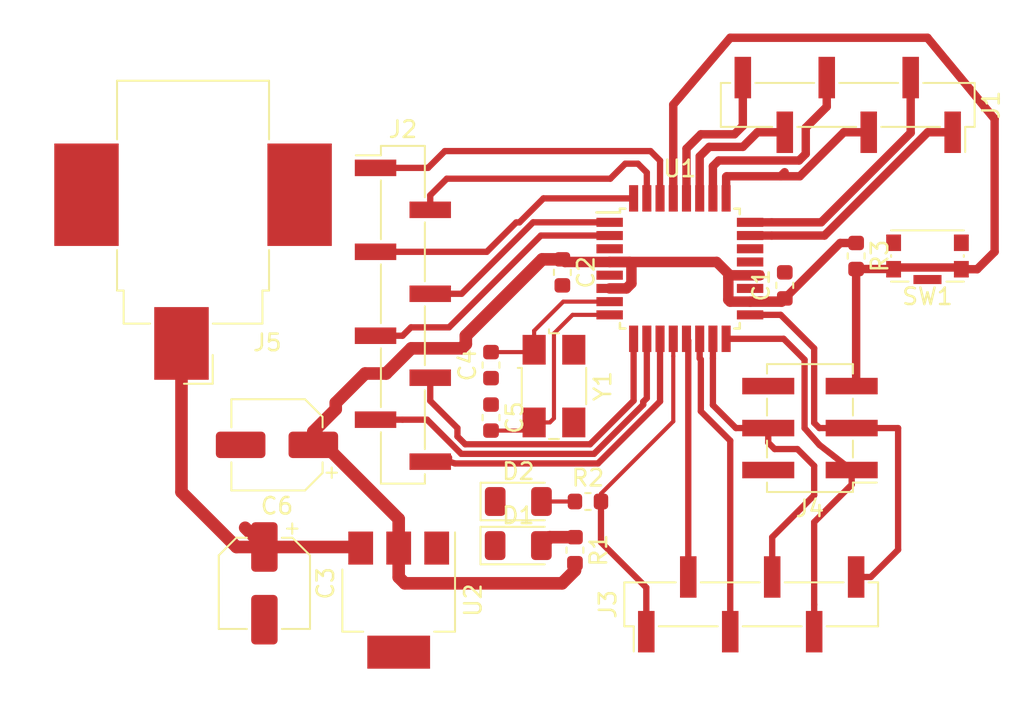
<source format=kicad_pcb>
(kicad_pcb (version 20171130) (host pcbnew 5.1.5-52549c5~84~ubuntu16.04.1)

  (general
    (thickness 1.6)
    (drawings 0)
    (tracks 192)
    (zones 0)
    (modules 20)
    (nets 31)
  )

  (page A4)
  (layers
    (0 F.Cu signal)
    (31 B.Cu signal)
    (32 B.Adhes user)
    (33 F.Adhes user)
    (34 B.Paste user)
    (35 F.Paste user)
    (36 B.SilkS user)
    (37 F.SilkS user)
    (38 B.Mask user)
    (39 F.Mask user)
    (40 Dwgs.User user)
    (41 Cmts.User user)
    (42 Eco1.User user)
    (43 Eco2.User user)
    (44 Edge.Cuts user)
    (45 Margin user)
    (46 B.CrtYd user)
    (47 F.CrtYd user)
    (48 B.Fab user)
    (49 F.Fab user)
  )

  (setup
    (last_trace_width 0.762)
    (user_trace_width 0.381)
    (user_trace_width 0.508)
    (user_trace_width 0.635)
    (user_trace_width 0.762)
    (trace_clearance 0.2)
    (zone_clearance 0.508)
    (zone_45_only no)
    (trace_min 0.2)
    (via_size 0.8)
    (via_drill 0.4)
    (via_min_size 0.4)
    (via_min_drill 0.3)
    (uvia_size 0.3)
    (uvia_drill 0.1)
    (uvias_allowed no)
    (uvia_min_size 0.2)
    (uvia_min_drill 0.1)
    (edge_width 0.05)
    (segment_width 0.2)
    (pcb_text_width 0.3)
    (pcb_text_size 1.5 1.5)
    (mod_edge_width 0.12)
    (mod_text_size 1 1)
    (mod_text_width 0.15)
    (pad_size 1.524 1.524)
    (pad_drill 0.762)
    (pad_to_mask_clearance 0.051)
    (solder_mask_min_width 0.25)
    (aux_axis_origin 0 0)
    (grid_origin 147.32 83.82)
    (visible_elements FFFDFF7F)
    (pcbplotparams
      (layerselection 0x010fc_ffffffff)
      (usegerberextensions false)
      (usegerberattributes false)
      (usegerberadvancedattributes false)
      (creategerberjobfile false)
      (excludeedgelayer true)
      (linewidth 0.100000)
      (plotframeref false)
      (viasonmask false)
      (mode 1)
      (useauxorigin false)
      (hpglpennumber 1)
      (hpglpenspeed 20)
      (hpglpendiameter 15.000000)
      (psnegative false)
      (psa4output false)
      (plotreference true)
      (plotvalue true)
      (plotinvisibletext false)
      (padsonsilk false)
      (subtractmaskfromsilk false)
      (outputformat 1)
      (mirror false)
      (drillshape 1)
      (scaleselection 1)
      (outputdirectory ""))
  )

  (net 0 "")
  (net 1 GND)
  (net 2 +5V)
  (net 3 /VIN)
  (net 4 /XTI)
  (net 5 /XTO)
  (net 6 "Net-(D1-Pad2)")
  (net 7 "Net-(D2-Pad2)")
  (net 8 "Net-(J1-Pad2)")
  (net 9 "Net-(J1-Pad4)")
  (net 10 "Net-(J1-Pad6)")
  (net 11 "Net-(J1-Pad1)")
  (net 12 "Net-(J1-Pad3)")
  (net 13 "Net-(J1-Pad5)")
  (net 14 "Net-(J2-Pad1)")
  (net 15 "Net-(J2-Pad3)")
  (net 16 "Net-(J2-Pad5)")
  (net 17 "Net-(J2-Pad7)")
  (net 18 "Net-(J2-Pad2)")
  (net 19 "Net-(J2-Pad4)")
  (net 20 "Net-(J2-Pad6)")
  (net 21 "Net-(J2-Pad8)")
  (net 22 /LED1)
  (net 23 /SPI_CS)
  (net 24 /SPI_MISO)
  (net 25 "Net-(J3-Pad2)")
  (net 26 /SPI_MOSI)
  (net 27 /SPI_SCK)
  (net 28 /NRST)
  (net 29 "Net-(U1-Pad19)")
  (net 30 "Net-(U1-Pad22)")

  (net_class Default "This is the default net class."
    (clearance 0.2)
    (trace_width 0.25)
    (via_dia 0.8)
    (via_drill 0.4)
    (uvia_dia 0.3)
    (uvia_drill 0.1)
    (add_net +5V)
    (add_net /LED1)
    (add_net /NRST)
    (add_net /SPI_CS)
    (add_net /SPI_MISO)
    (add_net /SPI_MOSI)
    (add_net /SPI_SCK)
    (add_net /VIN)
    (add_net /XTI)
    (add_net /XTO)
    (add_net GND)
    (add_net "Net-(D1-Pad2)")
    (add_net "Net-(D2-Pad2)")
    (add_net "Net-(J1-Pad1)")
    (add_net "Net-(J1-Pad2)")
    (add_net "Net-(J1-Pad3)")
    (add_net "Net-(J1-Pad4)")
    (add_net "Net-(J1-Pad5)")
    (add_net "Net-(J1-Pad6)")
    (add_net "Net-(J2-Pad1)")
    (add_net "Net-(J2-Pad2)")
    (add_net "Net-(J2-Pad3)")
    (add_net "Net-(J2-Pad4)")
    (add_net "Net-(J2-Pad5)")
    (add_net "Net-(J2-Pad6)")
    (add_net "Net-(J2-Pad7)")
    (add_net "Net-(J2-Pad8)")
    (add_net "Net-(J3-Pad2)")
    (add_net "Net-(U1-Pad19)")
    (add_net "Net-(U1-Pad22)")
  )

  (module Connector_BarrelJack:BarrelJack_CUI_PJ-036AH-SMT_Horizontal (layer F.Cu) (tedit 5A1DBF38) (tstamp 5E691212)
    (at 206.756 62.738 180)
    (descr "Surface-mount DC Barrel Jack, http://www.cui.com/product/resource/pj-036ah-smt.pdf")
    (tags "Power Jack SMT")
    (path /5E67EE83)
    (attr smd)
    (fp_text reference J5 (at -4.5 -5.75) (layer F.SilkS)
      (effects (font (size 1 1) (thickness 0.15)))
    )
    (fp_text value DC_IN (at 0 11.25) (layer F.Fab)
      (effects (font (size 1 1) (thickness 0.15)))
    )
    (fp_text user %R (at 0 0) (layer F.Fab)
      (effects (font (size 1 1) (thickness 0.15)))
    )
    (fp_line (start -8.9 -8.5) (end -8.9 10.5) (layer F.CrtYd) (width 0.05))
    (fp_line (start -8.9 10.5) (end 8.9 10.5) (layer F.CrtYd) (width 0.05))
    (fp_line (start 8.9 10.5) (end 8.9 -8.5) (layer F.CrtYd) (width 0.05))
    (fp_line (start 8.9 -8.5) (end -8.9 -8.5) (layer F.CrtYd) (width 0.05))
    (fp_line (start 4.6 6.55) (end 4.6 10.1) (layer F.SilkS) (width 0.12))
    (fp_line (start 4.6 10.1) (end -4.6 10.1) (layer F.SilkS) (width 0.12))
    (fp_line (start -4.6 10.1) (end -4.6 6.55) (layer F.SilkS) (width 0.12))
    (fp_line (start -4.6 -0.15) (end -4.6 -2.6) (layer F.SilkS) (width 0.12))
    (fp_line (start -4.6 -2.6) (end -4.2 -2.6) (layer F.SilkS) (width 0.12))
    (fp_line (start -4.2 -2.6) (end -4.2 -4.6) (layer F.SilkS) (width 0.12))
    (fp_line (start -4.2 -4.6) (end -1.2 -4.6) (layer F.SilkS) (width 0.12))
    (fp_line (start 2.6 -4.6) (end 4.2 -4.6) (layer F.SilkS) (width 0.12))
    (fp_line (start 4.2 -4.6) (end 4.2 -2.6) (layer F.SilkS) (width 0.12))
    (fp_line (start 4.2 -2.6) (end 4.6 -2.6) (layer F.SilkS) (width 0.12))
    (fp_line (start 4.6 -2.6) (end 4.6 -0.15) (layer F.SilkS) (width 0.12))
    (fp_line (start -1.19 -6.5) (end -1.19 -8.24) (layer F.SilkS) (width 0.12))
    (fp_line (start -1.19 -8.24) (end 0.55 -8.24) (layer F.SilkS) (width 0.12))
    (fp_line (start 4.1 -4.5) (end -4.1 -4.5) (layer F.Fab) (width 0.1))
    (fp_line (start -4.1 -4.5) (end -4.1 -2.5) (layer F.Fab) (width 0.1))
    (fp_line (start -4.1 -2.5) (end -4.5 -2.5) (layer F.Fab) (width 0.1))
    (fp_line (start -4.5 -2.5) (end -4.5 10) (layer F.Fab) (width 0.1))
    (fp_line (start -4.5 10) (end 4.5 10) (layer F.Fab) (width 0.1))
    (fp_line (start 4.5 10) (end 4.5 -2.5) (layer F.Fab) (width 0.1))
    (fp_line (start 4.5 -2.5) (end 4.1 -2.5) (layer F.Fab) (width 0.1))
    (fp_line (start 4.1 -2.5) (end 4.1 -4.5) (layer F.Fab) (width 0.1))
    (fp_circle (center 0.7 -3.4) (end 0.75 -2.95) (layer F.Fab) (width 0.12))
    (pad 1 smd rect (at 0.7 -5.8 180) (size 3.3 4.4) (layers F.Cu F.Paste F.Mask)
      (net 3 /VIN))
    (pad 2 smd rect (at -6.45 3.2 180) (size 3.9 6.2) (layers F.Cu F.Paste F.Mask)
      (net 1 GND))
    (pad 3 smd rect (at 6.45 3.2 180) (size 3.9 6.2) (layers F.Cu F.Paste F.Mask))
    (pad "" np_thru_hole circle (at 0 7 180) (size 2 2) (drill 2) (layers *.Cu *.Mask))
    (model ${KISYS3DMOD}/Connector_BarrelJack.3dshapes/BarrelJack_CUI_PJ-036AH-SMT_Horizontal.wrl
      (at (xyz 0 0 0))
      (scale (xyz 1 1 1))
      (rotate (xyz 0 0 0))
    )
  )

  (module Capacitor_SMD:CP_Elec_5x3.9 (layer F.Cu) (tedit 5BCA39CF) (tstamp 5E6910B1)
    (at 211.074 83.058 270)
    (descr "SMD capacitor, aluminum electrolytic, Nichicon, 5.0x3.9mm")
    (tags "capacitor electrolytic")
    (path /5E683F26)
    (attr smd)
    (fp_text reference C3 (at 0 -3.7 90) (layer F.SilkS)
      (effects (font (size 1 1) (thickness 0.15)))
    )
    (fp_text value 10uF (at 0 3.7 90) (layer F.Fab)
      (effects (font (size 1 1) (thickness 0.15)))
    )
    (fp_circle (center 0 0) (end 2.5 0) (layer F.Fab) (width 0.1))
    (fp_line (start 2.65 -2.65) (end 2.65 2.65) (layer F.Fab) (width 0.1))
    (fp_line (start -1.65 -2.65) (end 2.65 -2.65) (layer F.Fab) (width 0.1))
    (fp_line (start -1.65 2.65) (end 2.65 2.65) (layer F.Fab) (width 0.1))
    (fp_line (start -2.65 -1.65) (end -2.65 1.65) (layer F.Fab) (width 0.1))
    (fp_line (start -2.65 -1.65) (end -1.65 -2.65) (layer F.Fab) (width 0.1))
    (fp_line (start -2.65 1.65) (end -1.65 2.65) (layer F.Fab) (width 0.1))
    (fp_line (start -2.033956 -1.2) (end -1.533956 -1.2) (layer F.Fab) (width 0.1))
    (fp_line (start -1.783956 -1.45) (end -1.783956 -0.95) (layer F.Fab) (width 0.1))
    (fp_line (start 2.76 2.76) (end 2.76 1.06) (layer F.SilkS) (width 0.12))
    (fp_line (start 2.76 -2.76) (end 2.76 -1.06) (layer F.SilkS) (width 0.12))
    (fp_line (start -1.695563 -2.76) (end 2.76 -2.76) (layer F.SilkS) (width 0.12))
    (fp_line (start -1.695563 2.76) (end 2.76 2.76) (layer F.SilkS) (width 0.12))
    (fp_line (start -2.76 1.695563) (end -2.76 1.06) (layer F.SilkS) (width 0.12))
    (fp_line (start -2.76 -1.695563) (end -2.76 -1.06) (layer F.SilkS) (width 0.12))
    (fp_line (start -2.76 -1.695563) (end -1.695563 -2.76) (layer F.SilkS) (width 0.12))
    (fp_line (start -2.76 1.695563) (end -1.695563 2.76) (layer F.SilkS) (width 0.12))
    (fp_line (start -3.625 -1.685) (end -3 -1.685) (layer F.SilkS) (width 0.12))
    (fp_line (start -3.3125 -1.9975) (end -3.3125 -1.3725) (layer F.SilkS) (width 0.12))
    (fp_line (start 2.9 -2.9) (end 2.9 -1.05) (layer F.CrtYd) (width 0.05))
    (fp_line (start 2.9 -1.05) (end 3.95 -1.05) (layer F.CrtYd) (width 0.05))
    (fp_line (start 3.95 -1.05) (end 3.95 1.05) (layer F.CrtYd) (width 0.05))
    (fp_line (start 3.95 1.05) (end 2.9 1.05) (layer F.CrtYd) (width 0.05))
    (fp_line (start 2.9 1.05) (end 2.9 2.9) (layer F.CrtYd) (width 0.05))
    (fp_line (start -1.75 2.9) (end 2.9 2.9) (layer F.CrtYd) (width 0.05))
    (fp_line (start -1.75 -2.9) (end 2.9 -2.9) (layer F.CrtYd) (width 0.05))
    (fp_line (start -2.9 1.75) (end -1.75 2.9) (layer F.CrtYd) (width 0.05))
    (fp_line (start -2.9 -1.75) (end -1.75 -2.9) (layer F.CrtYd) (width 0.05))
    (fp_line (start -2.9 -1.75) (end -2.9 -1.05) (layer F.CrtYd) (width 0.05))
    (fp_line (start -2.9 1.05) (end -2.9 1.75) (layer F.CrtYd) (width 0.05))
    (fp_line (start -2.9 -1.05) (end -3.95 -1.05) (layer F.CrtYd) (width 0.05))
    (fp_line (start -3.95 -1.05) (end -3.95 1.05) (layer F.CrtYd) (width 0.05))
    (fp_line (start -3.95 1.05) (end -2.9 1.05) (layer F.CrtYd) (width 0.05))
    (fp_text user %R (at 0 0 90) (layer F.Fab)
      (effects (font (size 1 1) (thickness 0.15)))
    )
    (pad 1 smd roundrect (at -2.2 0 270) (size 3 1.6) (layers F.Cu F.Paste F.Mask) (roundrect_rratio 0.15625)
      (net 3 /VIN))
    (pad 2 smd roundrect (at 2.2 0 270) (size 3 1.6) (layers F.Cu F.Paste F.Mask) (roundrect_rratio 0.15625)
      (net 1 GND))
    (model ${KISYS3DMOD}/Capacitor_SMD.3dshapes/CP_Elec_5x3.9.wrl
      (at (xyz 0 0 0))
      (scale (xyz 1 1 1))
      (rotate (xyz 0 0 0))
    )
  )

  (module Capacitor_SMD:C_0603_1608Metric (layer F.Cu) (tedit 5B301BBE) (tstamp 5E691078)
    (at 242.57 65.024 90)
    (descr "Capacitor SMD 0603 (1608 Metric), square (rectangular) end terminal, IPC_7351 nominal, (Body size source: http://www.tortai-tech.com/upload/download/2011102023233369053.pdf), generated with kicad-footprint-generator")
    (tags capacitor)
    (path /5E69FE84)
    (attr smd)
    (fp_text reference C1 (at 0 -1.43 90) (layer F.SilkS)
      (effects (font (size 1 1) (thickness 0.15)))
    )
    (fp_text value 0.1uF (at 0 1.43 90) (layer F.Fab)
      (effects (font (size 1 1) (thickness 0.15)))
    )
    (fp_text user %R (at 0 0 90) (layer F.Fab)
      (effects (font (size 0.4 0.4) (thickness 0.06)))
    )
    (fp_line (start 1.48 0.73) (end -1.48 0.73) (layer F.CrtYd) (width 0.05))
    (fp_line (start 1.48 -0.73) (end 1.48 0.73) (layer F.CrtYd) (width 0.05))
    (fp_line (start -1.48 -0.73) (end 1.48 -0.73) (layer F.CrtYd) (width 0.05))
    (fp_line (start -1.48 0.73) (end -1.48 -0.73) (layer F.CrtYd) (width 0.05))
    (fp_line (start -0.162779 0.51) (end 0.162779 0.51) (layer F.SilkS) (width 0.12))
    (fp_line (start -0.162779 -0.51) (end 0.162779 -0.51) (layer F.SilkS) (width 0.12))
    (fp_line (start 0.8 0.4) (end -0.8 0.4) (layer F.Fab) (width 0.1))
    (fp_line (start 0.8 -0.4) (end 0.8 0.4) (layer F.Fab) (width 0.1))
    (fp_line (start -0.8 -0.4) (end 0.8 -0.4) (layer F.Fab) (width 0.1))
    (fp_line (start -0.8 0.4) (end -0.8 -0.4) (layer F.Fab) (width 0.1))
    (pad 2 smd roundrect (at 0.7875 0 90) (size 0.875 0.95) (layers F.Cu F.Paste F.Mask) (roundrect_rratio 0.25)
      (net 1 GND))
    (pad 1 smd roundrect (at -0.7875 0 90) (size 0.875 0.95) (layers F.Cu F.Paste F.Mask) (roundrect_rratio 0.25)
      (net 2 +5V))
    (model ${KISYS3DMOD}/Capacitor_SMD.3dshapes/C_0603_1608Metric.wrl
      (at (xyz 0 0 0))
      (scale (xyz 1 1 1))
      (rotate (xyz 0 0 0))
    )
  )

  (module Capacitor_SMD:C_0603_1608Metric (layer F.Cu) (tedit 5B301BBE) (tstamp 5E691089)
    (at 229.108 64.2365 270)
    (descr "Capacitor SMD 0603 (1608 Metric), square (rectangular) end terminal, IPC_7351 nominal, (Body size source: http://www.tortai-tech.com/upload/download/2011102023233369053.pdf), generated with kicad-footprint-generator")
    (tags capacitor)
    (path /5E6A16BE)
    (attr smd)
    (fp_text reference C2 (at 0 -1.43 90) (layer F.SilkS)
      (effects (font (size 1 1) (thickness 0.15)))
    )
    (fp_text value 0.1uF (at 0 1.43 90) (layer F.Fab)
      (effects (font (size 1 1) (thickness 0.15)))
    )
    (fp_line (start -0.8 0.4) (end -0.8 -0.4) (layer F.Fab) (width 0.1))
    (fp_line (start -0.8 -0.4) (end 0.8 -0.4) (layer F.Fab) (width 0.1))
    (fp_line (start 0.8 -0.4) (end 0.8 0.4) (layer F.Fab) (width 0.1))
    (fp_line (start 0.8 0.4) (end -0.8 0.4) (layer F.Fab) (width 0.1))
    (fp_line (start -0.162779 -0.51) (end 0.162779 -0.51) (layer F.SilkS) (width 0.12))
    (fp_line (start -0.162779 0.51) (end 0.162779 0.51) (layer F.SilkS) (width 0.12))
    (fp_line (start -1.48 0.73) (end -1.48 -0.73) (layer F.CrtYd) (width 0.05))
    (fp_line (start -1.48 -0.73) (end 1.48 -0.73) (layer F.CrtYd) (width 0.05))
    (fp_line (start 1.48 -0.73) (end 1.48 0.73) (layer F.CrtYd) (width 0.05))
    (fp_line (start 1.48 0.73) (end -1.48 0.73) (layer F.CrtYd) (width 0.05))
    (fp_text user %R (at 0 0 90) (layer F.Fab)
      (effects (font (size 0.4 0.4) (thickness 0.06)))
    )
    (pad 1 smd roundrect (at -0.7875 0 270) (size 0.875 0.95) (layers F.Cu F.Paste F.Mask) (roundrect_rratio 0.25)
      (net 2 +5V))
    (pad 2 smd roundrect (at 0.7875 0 270) (size 0.875 0.95) (layers F.Cu F.Paste F.Mask) (roundrect_rratio 0.25)
      (net 1 GND))
    (model ${KISYS3DMOD}/Capacitor_SMD.3dshapes/C_0603_1608Metric.wrl
      (at (xyz 0 0 0))
      (scale (xyz 1 1 1))
      (rotate (xyz 0 0 0))
    )
  )

  (module Capacitor_SMD:C_0603_1608Metric (layer F.Cu) (tedit 5B301BBE) (tstamp 5E6910C2)
    (at 224.79 69.85 90)
    (descr "Capacitor SMD 0603 (1608 Metric), square (rectangular) end terminal, IPC_7351 nominal, (Body size source: http://www.tortai-tech.com/upload/download/2011102023233369053.pdf), generated with kicad-footprint-generator")
    (tags capacitor)
    (path /5E690F50)
    (attr smd)
    (fp_text reference C4 (at 0 -1.43 90) (layer F.SilkS)
      (effects (font (size 1 1) (thickness 0.15)))
    )
    (fp_text value 22pF (at 0 1.43 90) (layer F.Fab)
      (effects (font (size 1 1) (thickness 0.15)))
    )
    (fp_text user %R (at 0 0 90) (layer F.Fab)
      (effects (font (size 0.4 0.4) (thickness 0.06)))
    )
    (fp_line (start 1.48 0.73) (end -1.48 0.73) (layer F.CrtYd) (width 0.05))
    (fp_line (start 1.48 -0.73) (end 1.48 0.73) (layer F.CrtYd) (width 0.05))
    (fp_line (start -1.48 -0.73) (end 1.48 -0.73) (layer F.CrtYd) (width 0.05))
    (fp_line (start -1.48 0.73) (end -1.48 -0.73) (layer F.CrtYd) (width 0.05))
    (fp_line (start -0.162779 0.51) (end 0.162779 0.51) (layer F.SilkS) (width 0.12))
    (fp_line (start -0.162779 -0.51) (end 0.162779 -0.51) (layer F.SilkS) (width 0.12))
    (fp_line (start 0.8 0.4) (end -0.8 0.4) (layer F.Fab) (width 0.1))
    (fp_line (start 0.8 -0.4) (end 0.8 0.4) (layer F.Fab) (width 0.1))
    (fp_line (start -0.8 -0.4) (end 0.8 -0.4) (layer F.Fab) (width 0.1))
    (fp_line (start -0.8 0.4) (end -0.8 -0.4) (layer F.Fab) (width 0.1))
    (pad 2 smd roundrect (at 0.7875 0 90) (size 0.875 0.95) (layers F.Cu F.Paste F.Mask) (roundrect_rratio 0.25)
      (net 4 /XTI))
    (pad 1 smd roundrect (at -0.7875 0 90) (size 0.875 0.95) (layers F.Cu F.Paste F.Mask) (roundrect_rratio 0.25)
      (net 1 GND))
    (model ${KISYS3DMOD}/Capacitor_SMD.3dshapes/C_0603_1608Metric.wrl
      (at (xyz 0 0 0))
      (scale (xyz 1 1 1))
      (rotate (xyz 0 0 0))
    )
  )

  (module Capacitor_SMD:C_0603_1608Metric (layer F.Cu) (tedit 5B301BBE) (tstamp 5E6910D3)
    (at 224.79 73.025 270)
    (descr "Capacitor SMD 0603 (1608 Metric), square (rectangular) end terminal, IPC_7351 nominal, (Body size source: http://www.tortai-tech.com/upload/download/2011102023233369053.pdf), generated with kicad-footprint-generator")
    (tags capacitor)
    (path /5E6924B1)
    (attr smd)
    (fp_text reference C5 (at 0 -1.43 90) (layer F.SilkS)
      (effects (font (size 1 1) (thickness 0.15)))
    )
    (fp_text value 22pF (at 0 1.43 90) (layer F.Fab)
      (effects (font (size 1 1) (thickness 0.15)))
    )
    (fp_line (start -0.8 0.4) (end -0.8 -0.4) (layer F.Fab) (width 0.1))
    (fp_line (start -0.8 -0.4) (end 0.8 -0.4) (layer F.Fab) (width 0.1))
    (fp_line (start 0.8 -0.4) (end 0.8 0.4) (layer F.Fab) (width 0.1))
    (fp_line (start 0.8 0.4) (end -0.8 0.4) (layer F.Fab) (width 0.1))
    (fp_line (start -0.162779 -0.51) (end 0.162779 -0.51) (layer F.SilkS) (width 0.12))
    (fp_line (start -0.162779 0.51) (end 0.162779 0.51) (layer F.SilkS) (width 0.12))
    (fp_line (start -1.48 0.73) (end -1.48 -0.73) (layer F.CrtYd) (width 0.05))
    (fp_line (start -1.48 -0.73) (end 1.48 -0.73) (layer F.CrtYd) (width 0.05))
    (fp_line (start 1.48 -0.73) (end 1.48 0.73) (layer F.CrtYd) (width 0.05))
    (fp_line (start 1.48 0.73) (end -1.48 0.73) (layer F.CrtYd) (width 0.05))
    (fp_text user %R (at 0 0 90) (layer F.Fab)
      (effects (font (size 0.4 0.4) (thickness 0.06)))
    )
    (pad 1 smd roundrect (at -0.7875 0 270) (size 0.875 0.95) (layers F.Cu F.Paste F.Mask) (roundrect_rratio 0.25)
      (net 1 GND))
    (pad 2 smd roundrect (at 0.7875 0 270) (size 0.875 0.95) (layers F.Cu F.Paste F.Mask) (roundrect_rratio 0.25)
      (net 5 /XTO))
    (model ${KISYS3DMOD}/Capacitor_SMD.3dshapes/C_0603_1608Metric.wrl
      (at (xyz 0 0 0))
      (scale (xyz 1 1 1))
      (rotate (xyz 0 0 0))
    )
  )

  (module Capacitor_SMD:CP_Elec_5x3.9 (layer F.Cu) (tedit 5BCA39CF) (tstamp 5E6910FB)
    (at 211.836 74.676 180)
    (descr "SMD capacitor, aluminum electrolytic, Nichicon, 5.0x3.9mm")
    (tags "capacitor electrolytic")
    (path /5E683435)
    (attr smd)
    (fp_text reference C6 (at 0 -3.7) (layer F.SilkS)
      (effects (font (size 1 1) (thickness 0.15)))
    )
    (fp_text value 10uF (at 0 3.7) (layer F.Fab)
      (effects (font (size 1 1) (thickness 0.15)))
    )
    (fp_text user %R (at 0 0) (layer F.Fab)
      (effects (font (size 1 1) (thickness 0.15)))
    )
    (fp_line (start -3.95 1.05) (end -2.9 1.05) (layer F.CrtYd) (width 0.05))
    (fp_line (start -3.95 -1.05) (end -3.95 1.05) (layer F.CrtYd) (width 0.05))
    (fp_line (start -2.9 -1.05) (end -3.95 -1.05) (layer F.CrtYd) (width 0.05))
    (fp_line (start -2.9 1.05) (end -2.9 1.75) (layer F.CrtYd) (width 0.05))
    (fp_line (start -2.9 -1.75) (end -2.9 -1.05) (layer F.CrtYd) (width 0.05))
    (fp_line (start -2.9 -1.75) (end -1.75 -2.9) (layer F.CrtYd) (width 0.05))
    (fp_line (start -2.9 1.75) (end -1.75 2.9) (layer F.CrtYd) (width 0.05))
    (fp_line (start -1.75 -2.9) (end 2.9 -2.9) (layer F.CrtYd) (width 0.05))
    (fp_line (start -1.75 2.9) (end 2.9 2.9) (layer F.CrtYd) (width 0.05))
    (fp_line (start 2.9 1.05) (end 2.9 2.9) (layer F.CrtYd) (width 0.05))
    (fp_line (start 3.95 1.05) (end 2.9 1.05) (layer F.CrtYd) (width 0.05))
    (fp_line (start 3.95 -1.05) (end 3.95 1.05) (layer F.CrtYd) (width 0.05))
    (fp_line (start 2.9 -1.05) (end 3.95 -1.05) (layer F.CrtYd) (width 0.05))
    (fp_line (start 2.9 -2.9) (end 2.9 -1.05) (layer F.CrtYd) (width 0.05))
    (fp_line (start -3.3125 -1.9975) (end -3.3125 -1.3725) (layer F.SilkS) (width 0.12))
    (fp_line (start -3.625 -1.685) (end -3 -1.685) (layer F.SilkS) (width 0.12))
    (fp_line (start -2.76 1.695563) (end -1.695563 2.76) (layer F.SilkS) (width 0.12))
    (fp_line (start -2.76 -1.695563) (end -1.695563 -2.76) (layer F.SilkS) (width 0.12))
    (fp_line (start -2.76 -1.695563) (end -2.76 -1.06) (layer F.SilkS) (width 0.12))
    (fp_line (start -2.76 1.695563) (end -2.76 1.06) (layer F.SilkS) (width 0.12))
    (fp_line (start -1.695563 2.76) (end 2.76 2.76) (layer F.SilkS) (width 0.12))
    (fp_line (start -1.695563 -2.76) (end 2.76 -2.76) (layer F.SilkS) (width 0.12))
    (fp_line (start 2.76 -2.76) (end 2.76 -1.06) (layer F.SilkS) (width 0.12))
    (fp_line (start 2.76 2.76) (end 2.76 1.06) (layer F.SilkS) (width 0.12))
    (fp_line (start -1.783956 -1.45) (end -1.783956 -0.95) (layer F.Fab) (width 0.1))
    (fp_line (start -2.033956 -1.2) (end -1.533956 -1.2) (layer F.Fab) (width 0.1))
    (fp_line (start -2.65 1.65) (end -1.65 2.65) (layer F.Fab) (width 0.1))
    (fp_line (start -2.65 -1.65) (end -1.65 -2.65) (layer F.Fab) (width 0.1))
    (fp_line (start -2.65 -1.65) (end -2.65 1.65) (layer F.Fab) (width 0.1))
    (fp_line (start -1.65 2.65) (end 2.65 2.65) (layer F.Fab) (width 0.1))
    (fp_line (start -1.65 -2.65) (end 2.65 -2.65) (layer F.Fab) (width 0.1))
    (fp_line (start 2.65 -2.65) (end 2.65 2.65) (layer F.Fab) (width 0.1))
    (fp_circle (center 0 0) (end 2.5 0) (layer F.Fab) (width 0.1))
    (pad 2 smd roundrect (at 2.2 0 180) (size 3 1.6) (layers F.Cu F.Paste F.Mask) (roundrect_rratio 0.15625)
      (net 1 GND))
    (pad 1 smd roundrect (at -2.2 0 180) (size 3 1.6) (layers F.Cu F.Paste F.Mask) (roundrect_rratio 0.15625)
      (net 2 +5V))
    (model ${KISYS3DMOD}/Capacitor_SMD.3dshapes/CP_Elec_5x3.9.wrl
      (at (xyz 0 0 0))
      (scale (xyz 1 1 1))
      (rotate (xyz 0 0 0))
    )
  )

  (module LED_SMD:LED_1206_3216Metric (layer F.Cu) (tedit 5B301BBE) (tstamp 5E695F2C)
    (at 226.438 80.772)
    (descr "LED SMD 1206 (3216 Metric), square (rectangular) end terminal, IPC_7351 nominal, (Body size source: http://www.tortai-tech.com/upload/download/2011102023233369053.pdf), generated with kicad-footprint-generator")
    (tags diode)
    (path /5E720FFE)
    (attr smd)
    (fp_text reference D1 (at 0 -1.82) (layer F.SilkS)
      (effects (font (size 1 1) (thickness 0.15)))
    )
    (fp_text value LED_5V (at 0 1.82) (layer F.Fab)
      (effects (font (size 1 1) (thickness 0.15)))
    )
    (fp_text user %R (at -0.124 0) (layer F.Fab)
      (effects (font (size 0.8 0.8) (thickness 0.12)))
    )
    (fp_line (start 2.28 1.12) (end -2.28 1.12) (layer F.CrtYd) (width 0.05))
    (fp_line (start 2.28 -1.12) (end 2.28 1.12) (layer F.CrtYd) (width 0.05))
    (fp_line (start -2.28 -1.12) (end 2.28 -1.12) (layer F.CrtYd) (width 0.05))
    (fp_line (start -2.28 1.12) (end -2.28 -1.12) (layer F.CrtYd) (width 0.05))
    (fp_line (start -2.285 1.135) (end 1.6 1.135) (layer F.SilkS) (width 0.12))
    (fp_line (start -2.285 -1.135) (end -2.285 1.135) (layer F.SilkS) (width 0.12))
    (fp_line (start 1.6 -1.135) (end -2.285 -1.135) (layer F.SilkS) (width 0.12))
    (fp_line (start 1.6 0.8) (end 1.6 -0.8) (layer F.Fab) (width 0.1))
    (fp_line (start -1.6 0.8) (end 1.6 0.8) (layer F.Fab) (width 0.1))
    (fp_line (start -1.6 -0.4) (end -1.6 0.8) (layer F.Fab) (width 0.1))
    (fp_line (start -1.2 -0.8) (end -1.6 -0.4) (layer F.Fab) (width 0.1))
    (fp_line (start 1.6 -0.8) (end -1.2 -0.8) (layer F.Fab) (width 0.1))
    (pad 2 smd roundrect (at 1.4 0) (size 1.25 1.75) (layers F.Cu F.Paste F.Mask) (roundrect_rratio 0.2)
      (net 6 "Net-(D1-Pad2)"))
    (pad 1 smd roundrect (at -1.4 0) (size 1.25 1.75) (layers F.Cu F.Paste F.Mask) (roundrect_rratio 0.2)
      (net 1 GND))
    (model ${KISYS3DMOD}/LED_SMD.3dshapes/LED_1206_3216Metric.wrl
      (at (xyz 0 0 0))
      (scale (xyz 1 1 1))
      (rotate (xyz 0 0 0))
    )
  )

  (module LED_SMD:LED_1206_3216Metric (layer F.Cu) (tedit 5B301BBE) (tstamp 5E691121)
    (at 226.444 78.105)
    (descr "LED SMD 1206 (3216 Metric), square (rectangular) end terminal, IPC_7351 nominal, (Body size source: http://www.tortai-tech.com/upload/download/2011102023233369053.pdf), generated with kicad-footprint-generator")
    (tags diode)
    (path /5E73D1E4)
    (attr smd)
    (fp_text reference D2 (at 0 -1.82) (layer F.SilkS)
      (effects (font (size 1 1) (thickness 0.15)))
    )
    (fp_text value LED_PB0 (at 0 1.82) (layer F.Fab)
      (effects (font (size 1 1) (thickness 0.15)))
    )
    (fp_line (start 1.6 -0.8) (end -1.2 -0.8) (layer F.Fab) (width 0.1))
    (fp_line (start -1.2 -0.8) (end -1.6 -0.4) (layer F.Fab) (width 0.1))
    (fp_line (start -1.6 -0.4) (end -1.6 0.8) (layer F.Fab) (width 0.1))
    (fp_line (start -1.6 0.8) (end 1.6 0.8) (layer F.Fab) (width 0.1))
    (fp_line (start 1.6 0.8) (end 1.6 -0.8) (layer F.Fab) (width 0.1))
    (fp_line (start 1.6 -1.135) (end -2.285 -1.135) (layer F.SilkS) (width 0.12))
    (fp_line (start -2.285 -1.135) (end -2.285 1.135) (layer F.SilkS) (width 0.12))
    (fp_line (start -2.285 1.135) (end 1.6 1.135) (layer F.SilkS) (width 0.12))
    (fp_line (start -2.28 1.12) (end -2.28 -1.12) (layer F.CrtYd) (width 0.05))
    (fp_line (start -2.28 -1.12) (end 2.28 -1.12) (layer F.CrtYd) (width 0.05))
    (fp_line (start 2.28 -1.12) (end 2.28 1.12) (layer F.CrtYd) (width 0.05))
    (fp_line (start 2.28 1.12) (end -2.28 1.12) (layer F.CrtYd) (width 0.05))
    (fp_text user %R (at 0 0) (layer F.Fab)
      (effects (font (size 0.8 0.8) (thickness 0.12)))
    )
    (pad 1 smd roundrect (at -1.4 0) (size 1.25 1.75) (layers F.Cu F.Paste F.Mask) (roundrect_rratio 0.2)
      (net 1 GND))
    (pad 2 smd roundrect (at 1.4 0) (size 1.25 1.75) (layers F.Cu F.Paste F.Mask) (roundrect_rratio 0.2)
      (net 7 "Net-(D2-Pad2)"))
    (model ${KISYS3DMOD}/LED_SMD.3dshapes/LED_1206_3216Metric.wrl
      (at (xyz 0 0 0))
      (scale (xyz 1 1 1))
      (rotate (xyz 0 0 0))
    )
  )

  (module Connector_PinHeader_2.54mm:PinHeader_1x06_P2.54mm_Vertical_SMD_Pin1Right (layer F.Cu) (tedit 59FED5CC) (tstamp 5E691152)
    (at 246.38 54.102 270)
    (descr "surface-mounted straight pin header, 1x06, 2.54mm pitch, single row, style 2 (pin 1 right)")
    (tags "Surface mounted pin header SMD 1x06 2.54mm single row style2 pin1 right")
    (path /5E6A873E)
    (attr smd)
    (fp_text reference J1 (at 0 -8.68 90) (layer F.SilkS)
      (effects (font (size 1 1) (thickness 0.15)))
    )
    (fp_text value PORTC (at 0 8.68 90) (layer F.Fab)
      (effects (font (size 1 1) (thickness 0.15)))
    )
    (fp_line (start 1.27 7.62) (end -1.27 7.62) (layer F.Fab) (width 0.1))
    (fp_line (start -1.27 -7.62) (end 0.32 -7.62) (layer F.Fab) (width 0.1))
    (fp_line (start 1.27 7.62) (end 1.27 -6.67) (layer F.Fab) (width 0.1))
    (fp_line (start 1.27 -6.67) (end 0.32 -7.62) (layer F.Fab) (width 0.1))
    (fp_line (start -1.27 -7.62) (end -1.27 7.62) (layer F.Fab) (width 0.1))
    (fp_line (start -1.27 -4.13) (end -2.54 -4.13) (layer F.Fab) (width 0.1))
    (fp_line (start -2.54 -4.13) (end -2.54 -3.49) (layer F.Fab) (width 0.1))
    (fp_line (start -2.54 -3.49) (end -1.27 -3.49) (layer F.Fab) (width 0.1))
    (fp_line (start -1.27 0.95) (end -2.54 0.95) (layer F.Fab) (width 0.1))
    (fp_line (start -2.54 0.95) (end -2.54 1.59) (layer F.Fab) (width 0.1))
    (fp_line (start -2.54 1.59) (end -1.27 1.59) (layer F.Fab) (width 0.1))
    (fp_line (start -1.27 6.03) (end -2.54 6.03) (layer F.Fab) (width 0.1))
    (fp_line (start -2.54 6.03) (end -2.54 6.67) (layer F.Fab) (width 0.1))
    (fp_line (start -2.54 6.67) (end -1.27 6.67) (layer F.Fab) (width 0.1))
    (fp_line (start 1.27 -6.67) (end 2.54 -6.67) (layer F.Fab) (width 0.1))
    (fp_line (start 2.54 -6.67) (end 2.54 -6.03) (layer F.Fab) (width 0.1))
    (fp_line (start 2.54 -6.03) (end 1.27 -6.03) (layer F.Fab) (width 0.1))
    (fp_line (start 1.27 -1.59) (end 2.54 -1.59) (layer F.Fab) (width 0.1))
    (fp_line (start 2.54 -1.59) (end 2.54 -0.95) (layer F.Fab) (width 0.1))
    (fp_line (start 2.54 -0.95) (end 1.27 -0.95) (layer F.Fab) (width 0.1))
    (fp_line (start 1.27 3.49) (end 2.54 3.49) (layer F.Fab) (width 0.1))
    (fp_line (start 2.54 3.49) (end 2.54 4.13) (layer F.Fab) (width 0.1))
    (fp_line (start 2.54 4.13) (end 1.27 4.13) (layer F.Fab) (width 0.1))
    (fp_line (start -1.33 -7.68) (end 1.33 -7.68) (layer F.SilkS) (width 0.12))
    (fp_line (start -1.33 7.68) (end 1.33 7.68) (layer F.SilkS) (width 0.12))
    (fp_line (start 1.33 -5.59) (end 1.33 -2.03) (layer F.SilkS) (width 0.12))
    (fp_line (start 1.33 -0.51) (end 1.33 3.05) (layer F.SilkS) (width 0.12))
    (fp_line (start 1.33 4.57) (end 1.33 7.68) (layer F.SilkS) (width 0.12))
    (fp_line (start -1.33 -7.68) (end -1.33 -4.57) (layer F.SilkS) (width 0.12))
    (fp_line (start 1.33 -7.11) (end 2.85 -7.11) (layer F.SilkS) (width 0.12))
    (fp_line (start 1.33 -7.68) (end 1.33 -7.11) (layer F.SilkS) (width 0.12))
    (fp_line (start -1.33 7.11) (end -1.33 7.68) (layer F.SilkS) (width 0.12))
    (fp_line (start -1.33 -3.05) (end -1.33 0.51) (layer F.SilkS) (width 0.12))
    (fp_line (start -1.33 2.03) (end -1.33 5.59) (layer F.SilkS) (width 0.12))
    (fp_line (start -3.45 -8.15) (end -3.45 8.15) (layer F.CrtYd) (width 0.05))
    (fp_line (start -3.45 8.15) (end 3.45 8.15) (layer F.CrtYd) (width 0.05))
    (fp_line (start 3.45 8.15) (end 3.45 -8.15) (layer F.CrtYd) (width 0.05))
    (fp_line (start 3.45 -8.15) (end -3.45 -8.15) (layer F.CrtYd) (width 0.05))
    (fp_text user %R (at 0 0) (layer F.Fab)
      (effects (font (size 1 1) (thickness 0.15)))
    )
    (pad 2 smd rect (at -1.655 -3.81 270) (size 2.51 1) (layers F.Cu F.Paste F.Mask)
      (net 8 "Net-(J1-Pad2)"))
    (pad 4 smd rect (at -1.655 1.27 270) (size 2.51 1) (layers F.Cu F.Paste F.Mask)
      (net 9 "Net-(J1-Pad4)"))
    (pad 6 smd rect (at -1.655 6.35 270) (size 2.51 1) (layers F.Cu F.Paste F.Mask)
      (net 10 "Net-(J1-Pad6)"))
    (pad 1 smd rect (at 1.655 -6.35 270) (size 2.51 1) (layers F.Cu F.Paste F.Mask)
      (net 11 "Net-(J1-Pad1)"))
    (pad 3 smd rect (at 1.655 -1.27 270) (size 2.51 1) (layers F.Cu F.Paste F.Mask)
      (net 12 "Net-(J1-Pad3)"))
    (pad 5 smd rect (at 1.655 3.81 270) (size 2.51 1) (layers F.Cu F.Paste F.Mask)
      (net 13 "Net-(J1-Pad5)"))
    (model ${KISYS3DMOD}/Connector_PinHeader_2.54mm.3dshapes/PinHeader_1x06_P2.54mm_Vertical_SMD_Pin1Right.wrl
      (at (xyz 0 0 0))
      (scale (xyz 1 1 1))
      (rotate (xyz 0 0 0))
    )
  )

  (module Connector_PinHeader_2.54mm:PinHeader_1x08_P2.54mm_Vertical_SMD_Pin1Left (layer F.Cu) (tedit 59FED5CC) (tstamp 5E69522A)
    (at 219.456 66.802)
    (descr "surface-mounted straight pin header, 1x08, 2.54mm pitch, single row, style 1 (pin 1 left)")
    (tags "Surface mounted pin header SMD 1x08 2.54mm single row style1 pin1 left")
    (path /5E6A5DC1)
    (attr smd)
    (fp_text reference J2 (at 0 -11.22) (layer F.SilkS)
      (effects (font (size 1 1) (thickness 0.15)))
    )
    (fp_text value PORTD (at 0 11.22) (layer F.Fab)
      (effects (font (size 1 1) (thickness 0.15)))
    )
    (fp_line (start 1.27 10.16) (end -1.27 10.16) (layer F.Fab) (width 0.1))
    (fp_line (start -0.32 -10.16) (end 1.27 -10.16) (layer F.Fab) (width 0.1))
    (fp_line (start -1.27 10.16) (end -1.27 -9.21) (layer F.Fab) (width 0.1))
    (fp_line (start -1.27 -9.21) (end -0.32 -10.16) (layer F.Fab) (width 0.1))
    (fp_line (start 1.27 -10.16) (end 1.27 10.16) (layer F.Fab) (width 0.1))
    (fp_line (start -1.27 -9.21) (end -2.54 -9.21) (layer F.Fab) (width 0.1))
    (fp_line (start -2.54 -9.21) (end -2.54 -8.57) (layer F.Fab) (width 0.1))
    (fp_line (start -2.54 -8.57) (end -1.27 -8.57) (layer F.Fab) (width 0.1))
    (fp_line (start -1.27 -4.13) (end -2.54 -4.13) (layer F.Fab) (width 0.1))
    (fp_line (start -2.54 -4.13) (end -2.54 -3.49) (layer F.Fab) (width 0.1))
    (fp_line (start -2.54 -3.49) (end -1.27 -3.49) (layer F.Fab) (width 0.1))
    (fp_line (start -1.27 0.95) (end -2.54 0.95) (layer F.Fab) (width 0.1))
    (fp_line (start -2.54 0.95) (end -2.54 1.59) (layer F.Fab) (width 0.1))
    (fp_line (start -2.54 1.59) (end -1.27 1.59) (layer F.Fab) (width 0.1))
    (fp_line (start -1.27 6.03) (end -2.54 6.03) (layer F.Fab) (width 0.1))
    (fp_line (start -2.54 6.03) (end -2.54 6.67) (layer F.Fab) (width 0.1))
    (fp_line (start -2.54 6.67) (end -1.27 6.67) (layer F.Fab) (width 0.1))
    (fp_line (start 1.27 -6.67) (end 2.54 -6.67) (layer F.Fab) (width 0.1))
    (fp_line (start 2.54 -6.67) (end 2.54 -6.03) (layer F.Fab) (width 0.1))
    (fp_line (start 2.54 -6.03) (end 1.27 -6.03) (layer F.Fab) (width 0.1))
    (fp_line (start 1.27 -1.59) (end 2.54 -1.59) (layer F.Fab) (width 0.1))
    (fp_line (start 2.54 -1.59) (end 2.54 -0.95) (layer F.Fab) (width 0.1))
    (fp_line (start 2.54 -0.95) (end 1.27 -0.95) (layer F.Fab) (width 0.1))
    (fp_line (start 1.27 3.49) (end 2.54 3.49) (layer F.Fab) (width 0.1))
    (fp_line (start 2.54 3.49) (end 2.54 4.13) (layer F.Fab) (width 0.1))
    (fp_line (start 2.54 4.13) (end 1.27 4.13) (layer F.Fab) (width 0.1))
    (fp_line (start 1.27 8.57) (end 2.54 8.57) (layer F.Fab) (width 0.1))
    (fp_line (start 2.54 8.57) (end 2.54 9.21) (layer F.Fab) (width 0.1))
    (fp_line (start 2.54 9.21) (end 1.27 9.21) (layer F.Fab) (width 0.1))
    (fp_line (start -1.33 -10.22) (end 1.33 -10.22) (layer F.SilkS) (width 0.12))
    (fp_line (start -1.33 10.22) (end 1.33 10.22) (layer F.SilkS) (width 0.12))
    (fp_line (start 1.33 -10.22) (end 1.33 -7.11) (layer F.SilkS) (width 0.12))
    (fp_line (start -1.33 -9.65) (end -2.85 -9.65) (layer F.SilkS) (width 0.12))
    (fp_line (start -1.33 -10.22) (end -1.33 -9.65) (layer F.SilkS) (width 0.12))
    (fp_line (start 1.33 9.65) (end 1.33 10.22) (layer F.SilkS) (width 0.12))
    (fp_line (start 1.33 -5.59) (end 1.33 -2.03) (layer F.SilkS) (width 0.12))
    (fp_line (start 1.33 -0.51) (end 1.33 3.05) (layer F.SilkS) (width 0.12))
    (fp_line (start 1.33 4.57) (end 1.33 8.13) (layer F.SilkS) (width 0.12))
    (fp_line (start -1.33 -8.13) (end -1.33 -4.57) (layer F.SilkS) (width 0.12))
    (fp_line (start -1.33 -3.05) (end -1.33 0.51) (layer F.SilkS) (width 0.12))
    (fp_line (start -1.33 2.03) (end -1.33 5.59) (layer F.SilkS) (width 0.12))
    (fp_line (start -1.33 7.11) (end -1.33 10.22) (layer F.SilkS) (width 0.12))
    (fp_line (start -3.45 -10.7) (end -3.45 10.7) (layer F.CrtYd) (width 0.05))
    (fp_line (start -3.45 10.7) (end 3.45 10.7) (layer F.CrtYd) (width 0.05))
    (fp_line (start 3.45 10.7) (end 3.45 -10.7) (layer F.CrtYd) (width 0.05))
    (fp_line (start 3.45 -10.7) (end -3.45 -10.7) (layer F.CrtYd) (width 0.05))
    (fp_text user %R (at 0 0 90) (layer F.Fab)
      (effects (font (size 1 1) (thickness 0.15)))
    )
    (pad 1 smd rect (at -1.655 -8.89) (size 2.51 1) (layers F.Cu F.Paste F.Mask)
      (net 14 "Net-(J2-Pad1)"))
    (pad 3 smd rect (at -1.655 -3.81) (size 2.51 1) (layers F.Cu F.Paste F.Mask)
      (net 15 "Net-(J2-Pad3)"))
    (pad 5 smd rect (at -1.655 1.27) (size 2.51 1) (layers F.Cu F.Paste F.Mask)
      (net 16 "Net-(J2-Pad5)"))
    (pad 7 smd rect (at -1.655 6.35) (size 2.51 1) (layers F.Cu F.Paste F.Mask)
      (net 17 "Net-(J2-Pad7)"))
    (pad 2 smd rect (at 1.655 -6.35) (size 2.51 1) (layers F.Cu F.Paste F.Mask)
      (net 18 "Net-(J2-Pad2)"))
    (pad 4 smd rect (at 1.655 -1.27) (size 2.51 1) (layers F.Cu F.Paste F.Mask)
      (net 19 "Net-(J2-Pad4)"))
    (pad 6 smd rect (at 1.655 3.81) (size 2.51 1) (layers F.Cu F.Paste F.Mask)
      (net 20 "Net-(J2-Pad6)"))
    (pad 8 smd rect (at 1.655 8.89) (size 2.51 1) (layers F.Cu F.Paste F.Mask)
      (net 21 "Net-(J2-Pad8)"))
    (model ${KISYS3DMOD}/Connector_PinHeader_2.54mm.3dshapes/PinHeader_1x08_P2.54mm_Vertical_SMD_Pin1Left.wrl
      (at (xyz 0 0 0))
      (scale (xyz 1 1 1))
      (rotate (xyz 0 0 0))
    )
  )

  (module Connector_PinHeader_2.54mm:PinHeader_1x06_P2.54mm_Vertical_SMD_Pin1Left (layer F.Cu) (tedit 59FED5CC) (tstamp 5E6911BE)
    (at 240.538 84.328 90)
    (descr "surface-mounted straight pin header, 1x06, 2.54mm pitch, single row, style 1 (pin 1 left)")
    (tags "Surface mounted pin header SMD 1x06 2.54mm single row style1 pin1 left")
    (path /5E6A9FF6)
    (attr smd)
    (fp_text reference J3 (at 0 -8.68 90) (layer F.SilkS)
      (effects (font (size 1 1) (thickness 0.15)))
    )
    (fp_text value PORTB (at 0 8.68 90) (layer F.Fab)
      (effects (font (size 1 1) (thickness 0.15)))
    )
    (fp_line (start 1.27 7.62) (end -1.27 7.62) (layer F.Fab) (width 0.1))
    (fp_line (start -0.32 -7.62) (end 1.27 -7.62) (layer F.Fab) (width 0.1))
    (fp_line (start -1.27 7.62) (end -1.27 -6.67) (layer F.Fab) (width 0.1))
    (fp_line (start -1.27 -6.67) (end -0.32 -7.62) (layer F.Fab) (width 0.1))
    (fp_line (start 1.27 -7.62) (end 1.27 7.62) (layer F.Fab) (width 0.1))
    (fp_line (start -1.27 -6.67) (end -2.54 -6.67) (layer F.Fab) (width 0.1))
    (fp_line (start -2.54 -6.67) (end -2.54 -6.03) (layer F.Fab) (width 0.1))
    (fp_line (start -2.54 -6.03) (end -1.27 -6.03) (layer F.Fab) (width 0.1))
    (fp_line (start -1.27 -1.59) (end -2.54 -1.59) (layer F.Fab) (width 0.1))
    (fp_line (start -2.54 -1.59) (end -2.54 -0.95) (layer F.Fab) (width 0.1))
    (fp_line (start -2.54 -0.95) (end -1.27 -0.95) (layer F.Fab) (width 0.1))
    (fp_line (start -1.27 3.49) (end -2.54 3.49) (layer F.Fab) (width 0.1))
    (fp_line (start -2.54 3.49) (end -2.54 4.13) (layer F.Fab) (width 0.1))
    (fp_line (start -2.54 4.13) (end -1.27 4.13) (layer F.Fab) (width 0.1))
    (fp_line (start 1.27 -4.13) (end 2.54 -4.13) (layer F.Fab) (width 0.1))
    (fp_line (start 2.54 -4.13) (end 2.54 -3.49) (layer F.Fab) (width 0.1))
    (fp_line (start 2.54 -3.49) (end 1.27 -3.49) (layer F.Fab) (width 0.1))
    (fp_line (start 1.27 0.95) (end 2.54 0.95) (layer F.Fab) (width 0.1))
    (fp_line (start 2.54 0.95) (end 2.54 1.59) (layer F.Fab) (width 0.1))
    (fp_line (start 2.54 1.59) (end 1.27 1.59) (layer F.Fab) (width 0.1))
    (fp_line (start 1.27 6.03) (end 2.54 6.03) (layer F.Fab) (width 0.1))
    (fp_line (start 2.54 6.03) (end 2.54 6.67) (layer F.Fab) (width 0.1))
    (fp_line (start 2.54 6.67) (end 1.27 6.67) (layer F.Fab) (width 0.1))
    (fp_line (start -1.33 -7.68) (end 1.33 -7.68) (layer F.SilkS) (width 0.12))
    (fp_line (start -1.33 7.68) (end 1.33 7.68) (layer F.SilkS) (width 0.12))
    (fp_line (start 1.33 -7.68) (end 1.33 -4.57) (layer F.SilkS) (width 0.12))
    (fp_line (start -1.33 -7.11) (end -2.85 -7.11) (layer F.SilkS) (width 0.12))
    (fp_line (start -1.33 -7.68) (end -1.33 -7.11) (layer F.SilkS) (width 0.12))
    (fp_line (start 1.33 7.11) (end 1.33 7.68) (layer F.SilkS) (width 0.12))
    (fp_line (start 1.33 -3.05) (end 1.33 0.51) (layer F.SilkS) (width 0.12))
    (fp_line (start 1.33 2.03) (end 1.33 5.59) (layer F.SilkS) (width 0.12))
    (fp_line (start -1.33 -5.59) (end -1.33 -2.03) (layer F.SilkS) (width 0.12))
    (fp_line (start -1.33 -0.51) (end -1.33 3.05) (layer F.SilkS) (width 0.12))
    (fp_line (start -1.33 4.57) (end -1.33 7.68) (layer F.SilkS) (width 0.12))
    (fp_line (start -3.45 -8.15) (end -3.45 8.15) (layer F.CrtYd) (width 0.05))
    (fp_line (start -3.45 8.15) (end 3.45 8.15) (layer F.CrtYd) (width 0.05))
    (fp_line (start 3.45 8.15) (end 3.45 -8.15) (layer F.CrtYd) (width 0.05))
    (fp_line (start 3.45 -8.15) (end -3.45 -8.15) (layer F.CrtYd) (width 0.05))
    (fp_text user %R (at 0 0) (layer F.Fab)
      (effects (font (size 1 1) (thickness 0.15)))
    )
    (pad 1 smd rect (at -1.655 -6.35 90) (size 2.51 1) (layers F.Cu F.Paste F.Mask)
      (net 22 /LED1))
    (pad 3 smd rect (at -1.655 -1.27 90) (size 2.51 1) (layers F.Cu F.Paste F.Mask)
      (net 23 /SPI_CS))
    (pad 5 smd rect (at -1.655 3.81 90) (size 2.51 1) (layers F.Cu F.Paste F.Mask)
      (net 24 /SPI_MISO))
    (pad 2 smd rect (at 1.655 -3.81 90) (size 2.51 1) (layers F.Cu F.Paste F.Mask)
      (net 25 "Net-(J3-Pad2)"))
    (pad 4 smd rect (at 1.655 1.27 90) (size 2.51 1) (layers F.Cu F.Paste F.Mask)
      (net 26 /SPI_MOSI))
    (pad 6 smd rect (at 1.655 6.35 90) (size 2.51 1) (layers F.Cu F.Paste F.Mask)
      (net 27 /SPI_SCK))
    (model ${KISYS3DMOD}/Connector_PinHeader_2.54mm.3dshapes/PinHeader_1x06_P2.54mm_Vertical_SMD_Pin1Left.wrl
      (at (xyz 0 0 0))
      (scale (xyz 1 1 1))
      (rotate (xyz 0 0 0))
    )
  )

  (module Connector_PinHeader_2.54mm:PinHeader_2x03_P2.54mm_Vertical_SMD (layer F.Cu) (tedit 59FED5CC) (tstamp 5E6911EF)
    (at 244.094 73.66 180)
    (descr "surface-mounted straight pin header, 2x03, 2.54mm pitch, double rows")
    (tags "Surface mounted pin header SMD 2x03 2.54mm double row")
    (path /5E6F58FC)
    (attr smd)
    (fp_text reference J4 (at 0 -4.87) (layer F.SilkS)
      (effects (font (size 1 1) (thickness 0.15)))
    )
    (fp_text value AVR_ISP (at 0 4.87) (layer F.Fab)
      (effects (font (size 1 1) (thickness 0.15)))
    )
    (fp_line (start 2.54 3.81) (end -2.54 3.81) (layer F.Fab) (width 0.1))
    (fp_line (start -1.59 -3.81) (end 2.54 -3.81) (layer F.Fab) (width 0.1))
    (fp_line (start -2.54 3.81) (end -2.54 -2.86) (layer F.Fab) (width 0.1))
    (fp_line (start -2.54 -2.86) (end -1.59 -3.81) (layer F.Fab) (width 0.1))
    (fp_line (start 2.54 -3.81) (end 2.54 3.81) (layer F.Fab) (width 0.1))
    (fp_line (start -2.54 -2.86) (end -3.6 -2.86) (layer F.Fab) (width 0.1))
    (fp_line (start -3.6 -2.86) (end -3.6 -2.22) (layer F.Fab) (width 0.1))
    (fp_line (start -3.6 -2.22) (end -2.54 -2.22) (layer F.Fab) (width 0.1))
    (fp_line (start 2.54 -2.86) (end 3.6 -2.86) (layer F.Fab) (width 0.1))
    (fp_line (start 3.6 -2.86) (end 3.6 -2.22) (layer F.Fab) (width 0.1))
    (fp_line (start 3.6 -2.22) (end 2.54 -2.22) (layer F.Fab) (width 0.1))
    (fp_line (start -2.54 -0.32) (end -3.6 -0.32) (layer F.Fab) (width 0.1))
    (fp_line (start -3.6 -0.32) (end -3.6 0.32) (layer F.Fab) (width 0.1))
    (fp_line (start -3.6 0.32) (end -2.54 0.32) (layer F.Fab) (width 0.1))
    (fp_line (start 2.54 -0.32) (end 3.6 -0.32) (layer F.Fab) (width 0.1))
    (fp_line (start 3.6 -0.32) (end 3.6 0.32) (layer F.Fab) (width 0.1))
    (fp_line (start 3.6 0.32) (end 2.54 0.32) (layer F.Fab) (width 0.1))
    (fp_line (start -2.54 2.22) (end -3.6 2.22) (layer F.Fab) (width 0.1))
    (fp_line (start -3.6 2.22) (end -3.6 2.86) (layer F.Fab) (width 0.1))
    (fp_line (start -3.6 2.86) (end -2.54 2.86) (layer F.Fab) (width 0.1))
    (fp_line (start 2.54 2.22) (end 3.6 2.22) (layer F.Fab) (width 0.1))
    (fp_line (start 3.6 2.22) (end 3.6 2.86) (layer F.Fab) (width 0.1))
    (fp_line (start 3.6 2.86) (end 2.54 2.86) (layer F.Fab) (width 0.1))
    (fp_line (start -2.6 -3.87) (end 2.6 -3.87) (layer F.SilkS) (width 0.12))
    (fp_line (start -2.6 3.87) (end 2.6 3.87) (layer F.SilkS) (width 0.12))
    (fp_line (start -4.04 -3.3) (end -2.6 -3.3) (layer F.SilkS) (width 0.12))
    (fp_line (start -2.6 -3.87) (end -2.6 -3.3) (layer F.SilkS) (width 0.12))
    (fp_line (start 2.6 -3.87) (end 2.6 -3.3) (layer F.SilkS) (width 0.12))
    (fp_line (start -2.6 3.3) (end -2.6 3.87) (layer F.SilkS) (width 0.12))
    (fp_line (start 2.6 3.3) (end 2.6 3.87) (layer F.SilkS) (width 0.12))
    (fp_line (start -2.6 -1.78) (end -2.6 -0.76) (layer F.SilkS) (width 0.12))
    (fp_line (start 2.6 -1.78) (end 2.6 -0.76) (layer F.SilkS) (width 0.12))
    (fp_line (start -2.6 0.76) (end -2.6 1.78) (layer F.SilkS) (width 0.12))
    (fp_line (start 2.6 0.76) (end 2.6 1.78) (layer F.SilkS) (width 0.12))
    (fp_line (start -5.9 -4.35) (end -5.9 4.35) (layer F.CrtYd) (width 0.05))
    (fp_line (start -5.9 4.35) (end 5.9 4.35) (layer F.CrtYd) (width 0.05))
    (fp_line (start 5.9 4.35) (end 5.9 -4.35) (layer F.CrtYd) (width 0.05))
    (fp_line (start 5.9 -4.35) (end -5.9 -4.35) (layer F.CrtYd) (width 0.05))
    (fp_text user %R (at 0 0 90) (layer F.Fab)
      (effects (font (size 1 1) (thickness 0.15)))
    )
    (pad 1 smd rect (at -2.525 -2.54 180) (size 3.15 1) (layers F.Cu F.Paste F.Mask)
      (net 24 /SPI_MISO))
    (pad 2 smd rect (at 2.525 -2.54 180) (size 3.15 1) (layers F.Cu F.Paste F.Mask)
      (net 2 +5V))
    (pad 3 smd rect (at -2.525 0 180) (size 3.15 1) (layers F.Cu F.Paste F.Mask)
      (net 27 /SPI_SCK))
    (pad 4 smd rect (at 2.525 0 180) (size 3.15 1) (layers F.Cu F.Paste F.Mask)
      (net 26 /SPI_MOSI))
    (pad 5 smd rect (at -2.525 2.54 180) (size 3.15 1) (layers F.Cu F.Paste F.Mask)
      (net 28 /NRST))
    (pad 6 smd rect (at 2.525 2.54 180) (size 3.15 1) (layers F.Cu F.Paste F.Mask)
      (net 1 GND))
    (model ${KISYS3DMOD}/Connector_PinHeader_2.54mm.3dshapes/PinHeader_2x03_P2.54mm_Vertical_SMD.wrl
      (at (xyz 0 0 0))
      (scale (xyz 1 1 1))
      (rotate (xyz 0 0 0))
    )
  )

  (module Resistor_SMD:R_0603_1608Metric (layer F.Cu) (tedit 5B301BBD) (tstamp 5E691223)
    (at 229.87 81.0515 270)
    (descr "Resistor SMD 0603 (1608 Metric), square (rectangular) end terminal, IPC_7351 nominal, (Body size source: http://www.tortai-tech.com/upload/download/2011102023233369053.pdf), generated with kicad-footprint-generator")
    (tags resistor)
    (path /5E724E59)
    (attr smd)
    (fp_text reference R1 (at 0 -1.43 90) (layer F.SilkS)
      (effects (font (size 1 1) (thickness 0.15)))
    )
    (fp_text value 4.7k (at 0 1.43 90) (layer F.Fab)
      (effects (font (size 1 1) (thickness 0.15)))
    )
    (fp_text user %R (at 0 0 90) (layer F.Fab)
      (effects (font (size 0.4 0.4) (thickness 0.06)))
    )
    (fp_line (start 1.48 0.73) (end -1.48 0.73) (layer F.CrtYd) (width 0.05))
    (fp_line (start 1.48 -0.73) (end 1.48 0.73) (layer F.CrtYd) (width 0.05))
    (fp_line (start -1.48 -0.73) (end 1.48 -0.73) (layer F.CrtYd) (width 0.05))
    (fp_line (start -1.48 0.73) (end -1.48 -0.73) (layer F.CrtYd) (width 0.05))
    (fp_line (start -0.162779 0.51) (end 0.162779 0.51) (layer F.SilkS) (width 0.12))
    (fp_line (start -0.162779 -0.51) (end 0.162779 -0.51) (layer F.SilkS) (width 0.12))
    (fp_line (start 0.8 0.4) (end -0.8 0.4) (layer F.Fab) (width 0.1))
    (fp_line (start 0.8 -0.4) (end 0.8 0.4) (layer F.Fab) (width 0.1))
    (fp_line (start -0.8 -0.4) (end 0.8 -0.4) (layer F.Fab) (width 0.1))
    (fp_line (start -0.8 0.4) (end -0.8 -0.4) (layer F.Fab) (width 0.1))
    (pad 2 smd roundrect (at 0.7875 0 270) (size 0.875 0.95) (layers F.Cu F.Paste F.Mask) (roundrect_rratio 0.25)
      (net 2 +5V))
    (pad 1 smd roundrect (at -0.7875 0 270) (size 0.875 0.95) (layers F.Cu F.Paste F.Mask) (roundrect_rratio 0.25)
      (net 6 "Net-(D1-Pad2)"))
    (model ${KISYS3DMOD}/Resistor_SMD.3dshapes/R_0603_1608Metric.wrl
      (at (xyz 0 0 0))
      (scale (xyz 1 1 1))
      (rotate (xyz 0 0 0))
    )
  )

  (module Resistor_SMD:R_0603_1608Metric (layer F.Cu) (tedit 5B301BBD) (tstamp 5E691234)
    (at 230.6575 78.105)
    (descr "Resistor SMD 0603 (1608 Metric), square (rectangular) end terminal, IPC_7351 nominal, (Body size source: http://www.tortai-tech.com/upload/download/2011102023233369053.pdf), generated with kicad-footprint-generator")
    (tags resistor)
    (path /5E73D1F2)
    (attr smd)
    (fp_text reference R2 (at 0 -1.43) (layer F.SilkS)
      (effects (font (size 1 1) (thickness 0.15)))
    )
    (fp_text value 4.7k (at 0 1.43) (layer F.Fab)
      (effects (font (size 1 1) (thickness 0.15)))
    )
    (fp_line (start -0.8 0.4) (end -0.8 -0.4) (layer F.Fab) (width 0.1))
    (fp_line (start -0.8 -0.4) (end 0.8 -0.4) (layer F.Fab) (width 0.1))
    (fp_line (start 0.8 -0.4) (end 0.8 0.4) (layer F.Fab) (width 0.1))
    (fp_line (start 0.8 0.4) (end -0.8 0.4) (layer F.Fab) (width 0.1))
    (fp_line (start -0.162779 -0.51) (end 0.162779 -0.51) (layer F.SilkS) (width 0.12))
    (fp_line (start -0.162779 0.51) (end 0.162779 0.51) (layer F.SilkS) (width 0.12))
    (fp_line (start -1.48 0.73) (end -1.48 -0.73) (layer F.CrtYd) (width 0.05))
    (fp_line (start -1.48 -0.73) (end 1.48 -0.73) (layer F.CrtYd) (width 0.05))
    (fp_line (start 1.48 -0.73) (end 1.48 0.73) (layer F.CrtYd) (width 0.05))
    (fp_line (start 1.48 0.73) (end -1.48 0.73) (layer F.CrtYd) (width 0.05))
    (fp_text user %R (at 0 0) (layer F.Fab)
      (effects (font (size 0.4 0.4) (thickness 0.06)))
    )
    (pad 1 smd roundrect (at -0.7875 0) (size 0.875 0.95) (layers F.Cu F.Paste F.Mask) (roundrect_rratio 0.25)
      (net 7 "Net-(D2-Pad2)"))
    (pad 2 smd roundrect (at 0.7875 0) (size 0.875 0.95) (layers F.Cu F.Paste F.Mask) (roundrect_rratio 0.25)
      (net 22 /LED1))
    (model ${KISYS3DMOD}/Resistor_SMD.3dshapes/R_0603_1608Metric.wrl
      (at (xyz 0 0 0))
      (scale (xyz 1 1 1))
      (rotate (xyz 0 0 0))
    )
  )

  (module Resistor_SMD:R_0603_1608Metric (layer F.Cu) (tedit 5B301BBD) (tstamp 5E694442)
    (at 246.888 63.246 270)
    (descr "Resistor SMD 0603 (1608 Metric), square (rectangular) end terminal, IPC_7351 nominal, (Body size source: http://www.tortai-tech.com/upload/download/2011102023233369053.pdf), generated with kicad-footprint-generator")
    (tags resistor)
    (path /5E6DCF27)
    (attr smd)
    (fp_text reference R3 (at 0 -1.43 90) (layer F.SilkS)
      (effects (font (size 1 1) (thickness 0.15)))
    )
    (fp_text value 10K (at 0 1.43 90) (layer F.Fab)
      (effects (font (size 1 1) (thickness 0.15)))
    )
    (fp_line (start -0.8 0.4) (end -0.8 -0.4) (layer F.Fab) (width 0.1))
    (fp_line (start -0.8 -0.4) (end 0.8 -0.4) (layer F.Fab) (width 0.1))
    (fp_line (start 0.8 -0.4) (end 0.8 0.4) (layer F.Fab) (width 0.1))
    (fp_line (start 0.8 0.4) (end -0.8 0.4) (layer F.Fab) (width 0.1))
    (fp_line (start -0.162779 -0.51) (end 0.162779 -0.51) (layer F.SilkS) (width 0.12))
    (fp_line (start -0.162779 0.51) (end 0.162779 0.51) (layer F.SilkS) (width 0.12))
    (fp_line (start -1.48 0.73) (end -1.48 -0.73) (layer F.CrtYd) (width 0.05))
    (fp_line (start -1.48 -0.73) (end 1.48 -0.73) (layer F.CrtYd) (width 0.05))
    (fp_line (start 1.48 -0.73) (end 1.48 0.73) (layer F.CrtYd) (width 0.05))
    (fp_line (start 1.48 0.73) (end -1.48 0.73) (layer F.CrtYd) (width 0.05))
    (fp_text user %R (at 0 0 90) (layer F.Fab)
      (effects (font (size 0.4 0.4) (thickness 0.06)))
    )
    (pad 1 smd roundrect (at -0.7875 0 270) (size 0.875 0.95) (layers F.Cu F.Paste F.Mask) (roundrect_rratio 0.25)
      (net 2 +5V))
    (pad 2 smd roundrect (at 0.7875 0 270) (size 0.875 0.95) (layers F.Cu F.Paste F.Mask) (roundrect_rratio 0.25)
      (net 28 /NRST))
    (model ${KISYS3DMOD}/Resistor_SMD.3dshapes/R_0603_1608Metric.wrl
      (at (xyz 0 0 0))
      (scale (xyz 1 1 1))
      (rotate (xyz 0 0 0))
    )
  )

  (module Button_Switch_SMD:SW_Push_1P1T-SH_NO_CK_KMR2xxG (layer F.Cu) (tedit 5D8D2A01) (tstamp 5E694404)
    (at 251.206 63.246 180)
    (descr "CK components KMR2 tactile switch with ground pin http://www.ckswitches.com/media/1479/kmr2.pdf")
    (tags "tactile switch kmr2")
    (path /5E6DA8AC)
    (attr smd)
    (fp_text reference SW1 (at 0 -2.45) (layer F.SilkS)
      (effects (font (size 1 1) (thickness 0.15)))
    )
    (fp_text value SW_RST (at 0 2.55) (layer F.Fab)
      (effects (font (size 1 1) (thickness 0.15)))
    )
    (fp_line (start -2.2 0.05) (end -2.2 -0.05) (layer F.SilkS) (width 0.12))
    (fp_line (start 2.2 -1.55) (end 1.15 -1.55) (layer F.SilkS) (width 0.12))
    (fp_line (start -2.2 1.55) (end 2.2 1.55) (layer F.SilkS) (width 0.12))
    (fp_circle (center 0 0) (end 0 0.8) (layer F.Fab) (width 0.1))
    (fp_line (start -2.8 1.8) (end -2.8 -1.8) (layer F.CrtYd) (width 0.05))
    (fp_line (start 2.8 1.8) (end -2.8 1.8) (layer F.CrtYd) (width 0.05))
    (fp_line (start 2.8 -1.8) (end 2.8 1.8) (layer F.CrtYd) (width 0.05))
    (fp_line (start -2.8 -1.8) (end 2.8 -1.8) (layer F.CrtYd) (width 0.05))
    (fp_line (start 2.2 0.05) (end 2.2 -0.05) (layer F.SilkS) (width 0.12))
    (fp_line (start -2.1 1.4) (end -2.1 -1.4) (layer F.Fab) (width 0.1))
    (fp_line (start 2.1 1.4) (end -2.1 1.4) (layer F.Fab) (width 0.1))
    (fp_line (start 2.1 -1.4) (end 2.1 1.4) (layer F.Fab) (width 0.1))
    (fp_line (start -2.1 -1.4) (end 2.1 -1.4) (layer F.Fab) (width 0.1))
    (fp_text user %R (at 0 -2.45) (layer F.Fab)
      (effects (font (size 1 1) (thickness 0.15)))
    )
    (fp_line (start -1.15 -1.55) (end -2.2 -1.55) (layer F.SilkS) (width 0.12))
    (pad 2 smd rect (at 2.05 0.8 180) (size 0.9 1) (layers F.Cu F.Paste F.Mask)
      (net 1 GND))
    (pad 1 smd rect (at 2.05 -0.8 180) (size 0.9 1) (layers F.Cu F.Paste F.Mask)
      (net 28 /NRST))
    (pad 2 smd rect (at -2.05 0.8 180) (size 0.9 1) (layers F.Cu F.Paste F.Mask)
      (net 1 GND))
    (pad 1 smd rect (at -2.05 -0.8 180) (size 0.9 1) (layers F.Cu F.Paste F.Mask)
      (net 28 /NRST))
    (pad SH smd rect (at 0 -1.425 180) (size 1.7 0.55) (layers F.Cu F.Paste F.Mask))
    (model ${KISYS3DMOD}/Button_Switch_SMD.3dshapes/SW_Push_1P1T-SH_NO_CK_KMR2xxG.wrl
      (at (xyz 0 0 0))
      (scale (xyz 1 1 1))
      (rotate (xyz 0 0 0))
    )
  )

  (module Package_QFP:TQFP-32_7x7mm_P0.8mm (layer F.Cu) (tedit 5A02F146) (tstamp 5E691294)
    (at 236.22 64.008)
    (descr "32-Lead Plastic Thin Quad Flatpack (PT) - 7x7x1.0 mm Body, 2.00 mm [TQFP] (see Microchip Packaging Specification 00000049BS.pdf)")
    (tags "QFP 0.8")
    (path /5E67BCA6)
    (attr smd)
    (fp_text reference U1 (at 0 -6.05) (layer F.SilkS)
      (effects (font (size 1 1) (thickness 0.15)))
    )
    (fp_text value ATmega328P-AU (at 0 6.05) (layer F.Fab)
      (effects (font (size 1 1) (thickness 0.15)))
    )
    (fp_text user %R (at 0 0) (layer F.Fab)
      (effects (font (size 1 1) (thickness 0.15)))
    )
    (fp_line (start -2.5 -3.5) (end 3.5 -3.5) (layer F.Fab) (width 0.15))
    (fp_line (start 3.5 -3.5) (end 3.5 3.5) (layer F.Fab) (width 0.15))
    (fp_line (start 3.5 3.5) (end -3.5 3.5) (layer F.Fab) (width 0.15))
    (fp_line (start -3.5 3.5) (end -3.5 -2.5) (layer F.Fab) (width 0.15))
    (fp_line (start -3.5 -2.5) (end -2.5 -3.5) (layer F.Fab) (width 0.15))
    (fp_line (start -5.3 -5.3) (end -5.3 5.3) (layer F.CrtYd) (width 0.05))
    (fp_line (start 5.3 -5.3) (end 5.3 5.3) (layer F.CrtYd) (width 0.05))
    (fp_line (start -5.3 -5.3) (end 5.3 -5.3) (layer F.CrtYd) (width 0.05))
    (fp_line (start -5.3 5.3) (end 5.3 5.3) (layer F.CrtYd) (width 0.05))
    (fp_line (start -3.625 -3.625) (end -3.625 -3.4) (layer F.SilkS) (width 0.15))
    (fp_line (start 3.625 -3.625) (end 3.625 -3.3) (layer F.SilkS) (width 0.15))
    (fp_line (start 3.625 3.625) (end 3.625 3.3) (layer F.SilkS) (width 0.15))
    (fp_line (start -3.625 3.625) (end -3.625 3.3) (layer F.SilkS) (width 0.15))
    (fp_line (start -3.625 -3.625) (end -3.3 -3.625) (layer F.SilkS) (width 0.15))
    (fp_line (start -3.625 3.625) (end -3.3 3.625) (layer F.SilkS) (width 0.15))
    (fp_line (start 3.625 3.625) (end 3.3 3.625) (layer F.SilkS) (width 0.15))
    (fp_line (start 3.625 -3.625) (end 3.3 -3.625) (layer F.SilkS) (width 0.15))
    (fp_line (start -3.625 -3.4) (end -5.05 -3.4) (layer F.SilkS) (width 0.15))
    (pad 1 smd rect (at -4.25 -2.8) (size 1.6 0.55) (layers F.Cu F.Paste F.Mask)
      (net 19 "Net-(J2-Pad4)"))
    (pad 2 smd rect (at -4.25 -2) (size 1.6 0.55) (layers F.Cu F.Paste F.Mask)
      (net 16 "Net-(J2-Pad5)"))
    (pad 3 smd rect (at -4.25 -1.2) (size 1.6 0.55) (layers F.Cu F.Paste F.Mask)
      (net 1 GND))
    (pad 4 smd rect (at -4.25 -0.4) (size 1.6 0.55) (layers F.Cu F.Paste F.Mask)
      (net 2 +5V))
    (pad 5 smd rect (at -4.25 0.4) (size 1.6 0.55) (layers F.Cu F.Paste F.Mask)
      (net 1 GND))
    (pad 6 smd rect (at -4.25 1.2) (size 1.6 0.55) (layers F.Cu F.Paste F.Mask)
      (net 2 +5V))
    (pad 7 smd rect (at -4.25 2) (size 1.6 0.55) (layers F.Cu F.Paste F.Mask)
      (net 4 /XTI))
    (pad 8 smd rect (at -4.25 2.8) (size 1.6 0.55) (layers F.Cu F.Paste F.Mask)
      (net 5 /XTO))
    (pad 9 smd rect (at -2.8 4.25 90) (size 1.6 0.55) (layers F.Cu F.Paste F.Mask)
      (net 20 "Net-(J2-Pad6)"))
    (pad 10 smd rect (at -2 4.25 90) (size 1.6 0.55) (layers F.Cu F.Paste F.Mask)
      (net 17 "Net-(J2-Pad7)"))
    (pad 11 smd rect (at -1.2 4.25 90) (size 1.6 0.55) (layers F.Cu F.Paste F.Mask)
      (net 21 "Net-(J2-Pad8)"))
    (pad 12 smd rect (at -0.4 4.25 90) (size 1.6 0.55) (layers F.Cu F.Paste F.Mask)
      (net 22 /LED1))
    (pad 13 smd rect (at 0.4 4.25 90) (size 1.6 0.55) (layers F.Cu F.Paste F.Mask)
      (net 25 "Net-(J3-Pad2)"))
    (pad 14 smd rect (at 1.2 4.25 90) (size 1.6 0.55) (layers F.Cu F.Paste F.Mask)
      (net 23 /SPI_CS))
    (pad 15 smd rect (at 2 4.25 90) (size 1.6 0.55) (layers F.Cu F.Paste F.Mask)
      (net 26 /SPI_MOSI))
    (pad 16 smd rect (at 2.8 4.25 90) (size 1.6 0.55) (layers F.Cu F.Paste F.Mask)
      (net 24 /SPI_MISO))
    (pad 17 smd rect (at 4.25 2.8) (size 1.6 0.55) (layers F.Cu F.Paste F.Mask)
      (net 27 /SPI_SCK))
    (pad 18 smd rect (at 4.25 2) (size 1.6 0.55) (layers F.Cu F.Paste F.Mask)
      (net 2 +5V))
    (pad 19 smd rect (at 4.25 1.2) (size 1.6 0.55) (layers F.Cu F.Paste F.Mask)
      (net 29 "Net-(U1-Pad19)"))
    (pad 20 smd rect (at 4.25 0.4) (size 1.6 0.55) (layers F.Cu F.Paste F.Mask)
      (net 2 +5V))
    (pad 21 smd rect (at 4.25 -0.4) (size 1.6 0.55) (layers F.Cu F.Paste F.Mask)
      (net 1 GND))
    (pad 22 smd rect (at 4.25 -1.2) (size 1.6 0.55) (layers F.Cu F.Paste F.Mask)
      (net 30 "Net-(U1-Pad22)"))
    (pad 23 smd rect (at 4.25 -2) (size 1.6 0.55) (layers F.Cu F.Paste F.Mask)
      (net 11 "Net-(J1-Pad1)"))
    (pad 24 smd rect (at 4.25 -2.8) (size 1.6 0.55) (layers F.Cu F.Paste F.Mask)
      (net 8 "Net-(J1-Pad2)"))
    (pad 25 smd rect (at 2.8 -4.25 90) (size 1.6 0.55) (layers F.Cu F.Paste F.Mask)
      (net 12 "Net-(J1-Pad3)"))
    (pad 26 smd rect (at 2 -4.25 90) (size 1.6 0.55) (layers F.Cu F.Paste F.Mask)
      (net 9 "Net-(J1-Pad4)"))
    (pad 27 smd rect (at 1.2 -4.25 90) (size 1.6 0.55) (layers F.Cu F.Paste F.Mask)
      (net 13 "Net-(J1-Pad5)"))
    (pad 28 smd rect (at 0.4 -4.25 90) (size 1.6 0.55) (layers F.Cu F.Paste F.Mask)
      (net 10 "Net-(J1-Pad6)"))
    (pad 29 smd rect (at -0.4 -4.25 90) (size 1.6 0.55) (layers F.Cu F.Paste F.Mask)
      (net 28 /NRST))
    (pad 30 smd rect (at -1.2 -4.25 90) (size 1.6 0.55) (layers F.Cu F.Paste F.Mask)
      (net 14 "Net-(J2-Pad1)"))
    (pad 31 smd rect (at -2 -4.25 90) (size 1.6 0.55) (layers F.Cu F.Paste F.Mask)
      (net 18 "Net-(J2-Pad2)"))
    (pad 32 smd rect (at -2.8 -4.25 90) (size 1.6 0.55) (layers F.Cu F.Paste F.Mask)
      (net 15 "Net-(J2-Pad3)"))
    (model ${KISYS3DMOD}/Package_QFP.3dshapes/TQFP-32_7x7mm_P0.8mm.wrl
      (at (xyz 0 0 0))
      (scale (xyz 1 1 1))
      (rotate (xyz 0 0 0))
    )
  )

  (module Package_TO_SOT_SMD:SOT-223 (layer F.Cu) (tedit 5A02FF57) (tstamp 5E6912AA)
    (at 219.202 84.074 270)
    (descr "module CMS SOT223 4 pins")
    (tags "CMS SOT")
    (path /5E67E80D)
    (attr smd)
    (fp_text reference U2 (at 0 -4.5 90) (layer F.SilkS)
      (effects (font (size 1 1) (thickness 0.15)))
    )
    (fp_text value LM1117-5.0 (at 0 4.5 90) (layer F.Fab)
      (effects (font (size 1 1) (thickness 0.15)))
    )
    (fp_text user %R (at 0 0) (layer F.Fab)
      (effects (font (size 0.8 0.8) (thickness 0.12)))
    )
    (fp_line (start -1.85 -2.3) (end -0.8 -3.35) (layer F.Fab) (width 0.1))
    (fp_line (start 1.91 3.41) (end 1.91 2.15) (layer F.SilkS) (width 0.12))
    (fp_line (start 1.91 -3.41) (end 1.91 -2.15) (layer F.SilkS) (width 0.12))
    (fp_line (start 4.4 -3.6) (end -4.4 -3.6) (layer F.CrtYd) (width 0.05))
    (fp_line (start 4.4 3.6) (end 4.4 -3.6) (layer F.CrtYd) (width 0.05))
    (fp_line (start -4.4 3.6) (end 4.4 3.6) (layer F.CrtYd) (width 0.05))
    (fp_line (start -4.4 -3.6) (end -4.4 3.6) (layer F.CrtYd) (width 0.05))
    (fp_line (start -1.85 -2.3) (end -1.85 3.35) (layer F.Fab) (width 0.1))
    (fp_line (start -1.85 3.41) (end 1.91 3.41) (layer F.SilkS) (width 0.12))
    (fp_line (start -0.8 -3.35) (end 1.85 -3.35) (layer F.Fab) (width 0.1))
    (fp_line (start -4.1 -3.41) (end 1.91 -3.41) (layer F.SilkS) (width 0.12))
    (fp_line (start -1.85 3.35) (end 1.85 3.35) (layer F.Fab) (width 0.1))
    (fp_line (start 1.85 -3.35) (end 1.85 3.35) (layer F.Fab) (width 0.1))
    (pad 4 smd rect (at 3.15 0 270) (size 2 3.8) (layers F.Cu F.Paste F.Mask))
    (pad 2 smd rect (at -3.15 0 270) (size 2 1.5) (layers F.Cu F.Paste F.Mask)
      (net 2 +5V))
    (pad 3 smd rect (at -3.15 2.3 270) (size 2 1.5) (layers F.Cu F.Paste F.Mask)
      (net 3 /VIN))
    (pad 1 smd rect (at -3.15 -2.3 270) (size 2 1.5) (layers F.Cu F.Paste F.Mask)
      (net 1 GND))
    (model ${KISYS3DMOD}/Package_TO_SOT_SMD.3dshapes/SOT-223.wrl
      (at (xyz 0 0 0))
      (scale (xyz 1 1 1))
      (rotate (xyz 0 0 0))
    )
  )

  (module Crystal:Crystal_SMD_0603-4Pin_6.0x3.5mm (layer F.Cu) (tedit 5A0FD1B2) (tstamp 5E6912CA)
    (at 228.6 71.12 270)
    (descr "SMD Crystal SERIES SMD0603/4 http://www.petermann-technik.de/fileadmin/petermann/pdf/SMD0603-4.pdf, 6.0x3.5mm^2 package")
    (tags "SMD SMT crystal")
    (path /5E690249)
    (attr smd)
    (fp_text reference Y1 (at 0 -2.95 90) (layer F.SilkS)
      (effects (font (size 1 1) (thickness 0.15)))
    )
    (fp_text value "8MHz Crystal" (at 0 2.95 90) (layer F.Fab)
      (effects (font (size 1 1) (thickness 0.15)))
    )
    (fp_text user %R (at 0 0 90) (layer F.Fab)
      (effects (font (size 1 1) (thickness 0.15)))
    )
    (fp_line (start -2.9 -1.75) (end 2.9 -1.75) (layer F.Fab) (width 0.1))
    (fp_line (start 2.9 -1.75) (end 3 -1.65) (layer F.Fab) (width 0.1))
    (fp_line (start 3 -1.65) (end 3 1.65) (layer F.Fab) (width 0.1))
    (fp_line (start 3 1.65) (end 2.9 1.75) (layer F.Fab) (width 0.1))
    (fp_line (start 2.9 1.75) (end -2.9 1.75) (layer F.Fab) (width 0.1))
    (fp_line (start -2.9 1.75) (end -3 1.65) (layer F.Fab) (width 0.1))
    (fp_line (start -3 1.65) (end -3 -1.65) (layer F.Fab) (width 0.1))
    (fp_line (start -3 -1.65) (end -2.9 -1.75) (layer F.Fab) (width 0.1))
    (fp_line (start -3 0.75) (end -2 1.75) (layer F.Fab) (width 0.1))
    (fp_line (start -3.44 0.3) (end -3.2 0.3) (layer F.SilkS) (width 0.12))
    (fp_line (start -3.2 0.3) (end -3.2 -0.3) (layer F.SilkS) (width 0.12))
    (fp_line (start 3.2 -0.3) (end 3.2 0.3) (layer F.SilkS) (width 0.12))
    (fp_line (start -1.1 -1.95) (end 1.1 -1.95) (layer F.SilkS) (width 0.12))
    (fp_line (start 1.1 1.95) (end -1.1 1.95) (layer F.SilkS) (width 0.12))
    (fp_line (start -1.1 1.95) (end -1.1 2.19) (layer F.SilkS) (width 0.12))
    (fp_line (start -3.4 -2.2) (end -3.4 2.2) (layer F.CrtYd) (width 0.05))
    (fp_line (start -3.4 2.2) (end 3.4 2.2) (layer F.CrtYd) (width 0.05))
    (fp_line (start 3.4 2.2) (end 3.4 -2.2) (layer F.CrtYd) (width 0.05))
    (fp_line (start 3.4 -2.2) (end -3.4 -2.2) (layer F.CrtYd) (width 0.05))
    (fp_circle (center 0 0) (end 0.4 0) (layer F.Adhes) (width 0.1))
    (fp_circle (center 0 0) (end 0.333333 0) (layer F.Adhes) (width 0.133333))
    (fp_circle (center 0 0) (end 0.213333 0) (layer F.Adhes) (width 0.133333))
    (fp_circle (center 0 0) (end 0.093333 0) (layer F.Adhes) (width 0.186667))
    (pad 1 smd rect (at -2.2 1.2 270) (size 1.8 1.4) (layers F.Cu F.Paste F.Mask)
      (net 4 /XTI))
    (pad 2 smd rect (at 2.2 1.2 270) (size 1.8 1.4) (layers F.Cu F.Paste F.Mask)
      (net 5 /XTO))
    (pad 3 smd rect (at 2.2 -1.2 270) (size 1.8 1.4) (layers F.Cu F.Paste F.Mask))
    (pad 4 smd rect (at -2.2 -1.2 270) (size 1.8 1.4) (layers F.Cu F.Paste F.Mask))
    (model ${KISYS3DMOD}/Crystal.3dshapes/Crystal_SMD_0603-4Pin_6.0x3.5mm.wrl
      (at (xyz 0 0 0))
      (scale (xyz 1 1 1))
      (rotate (xyz 0 0 0))
    )
  )

  (segment (start 229.267 63.608) (end 231.97 63.608) (width 0.635) (layer F.Cu) (net 2))
  (segment (start 239.255999 64.415499) (end 241.046 64.415499) (width 0.635) (layer F.Cu) (net 2))
  (segment (start 231.97 63.608) (end 233.176502 63.608) (width 0.635) (layer F.Cu) (net 2))
  (segment (start 232.988 65.208) (end 231.97 65.208) (width 0.635) (layer F.Cu) (net 2))
  (segment (start 240.47 66.008) (end 242.3735 66.008) (width 0.635) (layer F.Cu) (net 2))
  (segment (start 242.3735 66.008) (end 242.57 65.8115) (width 0.635) (layer F.Cu) (net 2))
  (segment (start 238.4485 63.608) (end 239.255999 64.415499) (width 0.635) (layer F.Cu) (net 2))
  (segment (start 233.176502 63.608) (end 233.287501 63.718999) (width 0.635) (layer F.Cu) (net 2))
  (segment (start 245.923 62.4585) (end 242.57 65.8115) (width 0.508) (layer F.Cu) (net 2))
  (segment (start 229.108 63.449) (end 229.267 63.608) (width 0.635) (layer F.Cu) (net 2))
  (segment (start 239.255999 64.415499) (end 239.152499 64.518999) (width 0.635) (layer F.Cu) (net 2))
  (segment (start 239.152499 64.518999) (end 239.152499 65.897001) (width 0.635) (layer F.Cu) (net 2))
  (segment (start 246.888 62.4585) (end 245.923 62.4585) (width 0.508) (layer F.Cu) (net 2))
  (segment (start 233.287501 63.718999) (end 233.287501 64.908499) (width 0.635) (layer F.Cu) (net 2))
  (segment (start 231.97 63.608) (end 238.4485 63.608) (width 0.635) (layer F.Cu) (net 2))
  (segment (start 233.287501 64.908499) (end 232.988 65.208) (width 0.635) (layer F.Cu) (net 2))
  (segment (start 239.152499 65.897001) (end 239.263498 66.008) (width 0.635) (layer F.Cu) (net 2))
  (segment (start 239.263498 66.008) (end 240.47 66.008) (width 0.635) (layer F.Cu) (net 2))
  (segment (start 214.716 74.676) (end 214.036 74.676) (width 0.762) (layer F.Cu) (net 2))
  (segment (start 219.202 79.162) (end 214.716 74.676) (width 0.762) (layer F.Cu) (net 2))
  (segment (start 219.202 80.924) (end 219.202 79.162) (width 0.762) (layer F.Cu) (net 2))
  (segment (start 227.889 63.449) (end 229.108 63.449) (width 0.762) (layer F.Cu) (net 2))
  (segment (start 223.266 68.58) (end 223.266 68.072) (width 0.762) (layer F.Cu) (net 2))
  (segment (start 223.012 68.834) (end 223.266 68.58) (width 0.762) (layer F.Cu) (net 2))
  (segment (start 219.964 68.834) (end 223.012 68.834) (width 0.762) (layer F.Cu) (net 2))
  (segment (start 223.266 68.072) (end 227.889 63.449) (width 0.762) (layer F.Cu) (net 2))
  (segment (start 218.44 70.358) (end 219.964 68.834) (width 0.762) (layer F.Cu) (net 2))
  (segment (start 214.036 73.876) (end 215.392 72.52) (width 0.762) (layer F.Cu) (net 2))
  (segment (start 215.392 72.52) (end 215.392 72.136) (width 0.762) (layer F.Cu) (net 2))
  (segment (start 214.036 74.676) (end 214.036 73.876) (width 0.762) (layer F.Cu) (net 2))
  (segment (start 215.392 72.136) (end 217.17 70.358) (width 0.762) (layer F.Cu) (net 2))
  (segment (start 217.17 70.358) (end 218.44 70.358) (width 0.762) (layer F.Cu) (net 2))
  (segment (start 219.202 82.686) (end 219.574 83.058) (width 0.762) (layer F.Cu) (net 2))
  (segment (start 219.202 80.924) (end 219.202 82.686) (width 0.762) (layer F.Cu) (net 2))
  (segment (start 229.87 82.2765) (end 229.87 81.839) (width 0.762) (layer F.Cu) (net 2))
  (segment (start 229.0885 83.058) (end 229.87 82.2765) (width 0.762) (layer F.Cu) (net 2))
  (segment (start 219.574 83.058) (end 229.0885 83.058) (width 0.762) (layer F.Cu) (net 2))
  (segment (start 209.91 79.694) (end 211.074 80.858) (width 0.762) (layer F.Cu) (net 3))
  (segment (start 216.836 80.858) (end 216.902 80.924) (width 0.762) (layer F.Cu) (net 3))
  (segment (start 211.074 80.858) (end 216.836 80.858) (width 0.762) (layer F.Cu) (net 3))
  (segment (start 209.382 80.858) (end 211.074 80.858) (width 0.762) (layer F.Cu) (net 3))
  (segment (start 206.056 77.532) (end 209.382 80.858) (width 0.762) (layer F.Cu) (net 3))
  (segment (start 206.056 77.532) (end 206.056 68.538) (width 0.762) (layer F.Cu) (net 3))
  (segment (start 227.4 67.77) (end 227.4 68.92) (width 0.25) (layer F.Cu) (net 4))
  (segment (start 229.162 66.008) (end 227.4 67.77) (width 0.25) (layer F.Cu) (net 4))
  (segment (start 231.97 66.008) (end 229.162 66.008) (width 0.25) (layer F.Cu) (net 4))
  (segment (start 227.2575 69.0625) (end 227.4 68.92) (width 0.25) (layer F.Cu) (net 4))
  (segment (start 224.79 69.0625) (end 227.2575 69.0625) (width 0.25) (layer F.Cu) (net 4))
  (segment (start 229.726998 66.808) (end 228.6 67.934998) (width 0.25) (layer F.Cu) (net 5))
  (segment (start 231.97 66.808) (end 229.726998 66.808) (width 0.25) (layer F.Cu) (net 5))
  (segment (start 228.35 73.32) (end 227.4 73.32) (width 0.25) (layer F.Cu) (net 5))
  (segment (start 228.6 73.07) (end 228.35 73.32) (width 0.25) (layer F.Cu) (net 5))
  (segment (start 228.6 67.934998) (end 228.6 73.07) (width 0.25) (layer F.Cu) (net 5))
  (segment (start 226.9075 73.8125) (end 227.4 73.32) (width 0.25) (layer F.Cu) (net 5))
  (segment (start 224.79 73.8125) (end 226.9075 73.8125) (width 0.25) (layer F.Cu) (net 5))
  (segment (start 227.838 80.772) (end 228.346 80.264) (width 0.762) (layer F.Cu) (net 6))
  (segment (start 228.346 80.264) (end 229.87 80.264) (width 0.762) (layer F.Cu) (net 6))
  (segment (start 227.844 78.105) (end 229.87 78.105) (width 0.25) (layer F.Cu) (net 7))
  (segment (start 244.771202 61.208) (end 241.778 61.208) (width 0.508) (layer F.Cu) (net 8))
  (segment (start 250.19 55.789202) (end 244.771202 61.208) (width 0.508) (layer F.Cu) (net 8))
  (segment (start 241.778 61.208) (end 240.47 61.208) (width 0.508) (layer F.Cu) (net 8))
  (segment (start 250.19 52.447) (end 250.19 55.789202) (width 0.508) (layer F.Cu) (net 8))
  (segment (start 245.11 54.21) (end 243.84 55.48) (width 0.508) (layer F.Cu) (net 9))
  (segment (start 245.11 52.447) (end 245.11 54.21) (width 0.508) (layer F.Cu) (net 9))
  (segment (start 243.84 55.48) (end 243.84 57.059202) (width 0.508) (layer F.Cu) (net 9))
  (segment (start 243.433201 57.466001) (end 238.568001 57.466001) (width 0.508) (layer F.Cu) (net 9))
  (segment (start 243.84 57.059202) (end 243.433201 57.466001) (width 0.508) (layer F.Cu) (net 9))
  (segment (start 238.22 57.814002) (end 238.22 59.758) (width 0.508) (layer F.Cu) (net 9))
  (segment (start 238.568001 57.466001) (end 238.22 57.814002) (width 0.508) (layer F.Cu) (net 9))
  (segment (start 236.62 56.75) (end 236.62 59.758) (width 0.508) (layer F.Cu) (net 10))
  (segment (start 237.49 55.88) (end 236.62 56.75) (width 0.508) (layer F.Cu) (net 10))
  (segment (start 240.03 52.447) (end 240.03 55.372) (width 0.508) (layer F.Cu) (net 10))
  (segment (start 239.522 55.88) (end 237.49 55.88) (width 0.508) (layer F.Cu) (net 10))
  (segment (start 240.03 55.372) (end 239.522 55.88) (width 0.508) (layer F.Cu) (net 10))
  (segment (start 241.778 62.008) (end 240.47 62.008) (width 0.508) (layer F.Cu) (net 11))
  (segment (start 244.972478 62.008) (end 241.778 62.008) (width 0.508) (layer F.Cu) (net 11))
  (segment (start 251.223478 55.757) (end 244.972478 62.008) (width 0.508) (layer F.Cu) (net 11))
  (segment (start 252.73 55.757) (end 251.223478 55.757) (width 0.508) (layer F.Cu) (net 11))
  (segment (start 239.02 58.45) (end 239.05 58.42) (width 0.508) (layer F.Cu) (net 12))
  (segment (start 239.02 59.758) (end 239.02 58.45) (width 0.508) (layer F.Cu) (net 12))
  (segment (start 242.316 58.42) (end 242.561989 58.174011) (width 0.508) (layer F.Cu) (net 12))
  (segment (start 239.05 58.42) (end 242.316 58.42) (width 0.508) (layer F.Cu) (net 12))
  (segment (start 246.143479 55.757) (end 247.65 55.757) (width 0.508) (layer F.Cu) (net 12))
  (segment (start 242.316 58.42) (end 243.480479 58.42) (width 0.508) (layer F.Cu) (net 12))
  (segment (start 243.480479 58.42) (end 246.143479 55.757) (width 0.508) (layer F.Cu) (net 12))
  (segment (start 237.42 59.758) (end 237.42 57.22) (width 0.508) (layer F.Cu) (net 13))
  (segment (start 237.42 57.22) (end 237.998 56.642) (width 0.508) (layer F.Cu) (net 13))
  (segment (start 237.998 56.642) (end 240.03 56.642) (width 0.508) (layer F.Cu) (net 13))
  (segment (start 240.915 55.757) (end 242.57 55.757) (width 0.508) (layer F.Cu) (net 13))
  (segment (start 240.03 56.642) (end 240.915 55.757) (width 0.508) (layer F.Cu) (net 13))
  (segment (start 235.02 59.758) (end 235.02 57.474) (width 0.381) (layer F.Cu) (net 14))
  (segment (start 235.02 57.474) (end 234.442 56.896) (width 0.381) (layer F.Cu) (net 14))
  (segment (start 234.442 56.896) (end 221.996 56.896) (width 0.381) (layer F.Cu) (net 14))
  (segment (start 220.98 57.912) (end 217.801 57.912) (width 0.381) (layer F.Cu) (net 14))
  (segment (start 221.996 56.896) (end 220.98 57.912) (width 0.381) (layer F.Cu) (net 14))
  (segment (start 217.801 62.992) (end 224.536 62.992) (width 0.381) (layer F.Cu) (net 15))
  (segment (start 226.314 61.214) (end 226.508328 61.214) (width 0.381) (layer F.Cu) (net 15))
  (segment (start 224.536 62.992) (end 226.314 61.214) (width 0.381) (layer F.Cu) (net 15))
  (segment (start 227.964328 59.758) (end 233.42 59.758) (width 0.381) (layer F.Cu) (net 15))
  (segment (start 226.508328 61.214) (end 227.964328 59.758) (width 0.381) (layer F.Cu) (net 15))
  (segment (start 227.806 62.008) (end 231.97 62.008) (width 0.381) (layer F.Cu) (net 16))
  (segment (start 222.25 67.564) (end 227.806 62.008) (width 0.381) (layer F.Cu) (net 16))
  (segment (start 219.945 67.564) (end 222.25 67.564) (width 0.381) (layer F.Cu) (net 16))
  (segment (start 217.801 68.072) (end 219.437 68.072) (width 0.381) (layer F.Cu) (net 16))
  (segment (start 219.437 68.072) (end 219.945 67.564) (width 0.381) (layer F.Cu) (net 16))
  (segment (start 234.22 68.258) (end 234.22 71.85) (width 0.381) (layer F.Cu) (net 17))
  (segment (start 219.437 73.152) (end 217.801 73.152) (width 0.381) (layer F.Cu) (net 17))
  (segment (start 222.989848 75.22152) (end 220.920328 73.152) (width 0.381) (layer F.Cu) (net 17))
  (segment (start 234.001009 72.243565) (end 231.023054 75.22152) (width 0.381) (layer F.Cu) (net 17))
  (segment (start 231.023054 75.22152) (end 222.989848 75.22152) (width 0.381) (layer F.Cu) (net 17))
  (segment (start 234.00101 72.06899) (end 234.001009 72.243565) (width 0.381) (layer F.Cu) (net 17))
  (segment (start 220.920328 73.152) (end 219.437 73.152) (width 0.381) (layer F.Cu) (net 17))
  (segment (start 234.22 71.85) (end 234.00101 72.06899) (width 0.381) (layer F.Cu) (net 17))
  (segment (start 234.22 58.198) (end 234.22 59.758) (width 0.381) (layer F.Cu) (net 18))
  (segment (start 233.68 57.658) (end 234.22 58.198) (width 0.381) (layer F.Cu) (net 18))
  (segment (start 221.111 59.571) (end 222.114501 58.567499) (width 0.381) (layer F.Cu) (net 18))
  (segment (start 221.111 60.452) (end 221.111 59.571) (width 0.381) (layer F.Cu) (net 18))
  (segment (start 222.114501 58.567499) (end 232.008501 58.567499) (width 0.381) (layer F.Cu) (net 18))
  (segment (start 232.008501 58.567499) (end 232.918 57.658) (width 0.381) (layer F.Cu) (net 18))
  (segment (start 232.918 57.658) (end 233.68 57.658) (width 0.381) (layer F.Cu) (net 18))
  (segment (start 231.97 61.208) (end 227.336 61.208) (width 0.381) (layer F.Cu) (net 19))
  (segment (start 223.012 65.532) (end 221.111 65.532) (width 0.381) (layer F.Cu) (net 19))
  (segment (start 227.336 61.208) (end 223.012 65.532) (width 0.381) (layer F.Cu) (net 19))
  (segment (start 233.42 72.002902) (end 230.782392 74.64051) (width 0.381) (layer F.Cu) (net 20))
  (segment (start 233.42 68.258) (end 233.42 72.002902) (width 0.381) (layer F.Cu) (net 20))
  (segment (start 222.758 73.66) (end 221.111 72.013) (width 0.381) (layer F.Cu) (net 20))
  (segment (start 230.782392 74.64051) (end 223.23051 74.64051) (width 0.381) (layer F.Cu) (net 20))
  (segment (start 221.111 72.013) (end 221.111 70.612) (width 0.381) (layer F.Cu) (net 20))
  (segment (start 223.23051 74.64051) (end 222.758 74.168) (width 0.381) (layer F.Cu) (net 20))
  (segment (start 222.758 74.168) (end 222.758 73.66) (width 0.381) (layer F.Cu) (net 20))
  (segment (start 231.263715 75.802529) (end 222.614529 75.802529) (width 0.381) (layer F.Cu) (net 21))
  (segment (start 235.02 68.258) (end 235.02 72.046246) (width 0.381) (layer F.Cu) (net 21))
  (segment (start 235.02 72.046246) (end 231.263715 75.802529) (width 0.381) (layer F.Cu) (net 21))
  (segment (start 222.25 75.692) (end 222.25 75.438) (width 0.381) (layer F.Cu) (net 21))
  (segment (start 222.614529 75.802529) (end 222.25 75.692) (width 0.381) (layer F.Cu) (net 21))
  (segment (start 235.82 69.308) (end 235.82 68.258) (width 0.25) (layer F.Cu) (net 22))
  (segment (start 235.82 73.255) (end 235.82 69.308) (width 0.25) (layer F.Cu) (net 22))
  (segment (start 231.445 77.63) (end 235.82 73.255) (width 0.25) (layer F.Cu) (net 22))
  (segment (start 231.445 78.105) (end 231.445 77.63) (width 0.25) (layer F.Cu) (net 22))
  (segment (start 231.445 78.105) (end 231.445 80.569) (width 0.381) (layer F.Cu) (net 22))
  (segment (start 234.188 83.312) (end 234.188 85.983) (width 0.381) (layer F.Cu) (net 22))
  (segment (start 231.445 80.569) (end 234.188 83.312) (width 0.381) (layer F.Cu) (net 22))
  (segment (start 239.268 74.422) (end 239.268 85.983) (width 0.381) (layer F.Cu) (net 23))
  (segment (start 237.49 69.509) (end 237.49 72.644) (width 0.381) (layer F.Cu) (net 23))
  (segment (start 237.49 72.644) (end 239.268 74.422) (width 0.381) (layer F.Cu) (net 23))
  (segment (start 237.42 68.258) (end 237.42 69.439) (width 0.381) (layer F.Cu) (net 23))
  (segment (start 237.42 69.439) (end 237.49 69.509) (width 0.381) (layer F.Cu) (net 23))
  (segment (start 244.348 84.347) (end 244.348 85.983) (width 0.381) (layer F.Cu) (net 24))
  (segment (start 244.348 79.352) (end 244.348 84.347) (width 0.381) (layer F.Cu) (net 24))
  (segment (start 246.619 77.081) (end 244.348 79.352) (width 0.381) (layer F.Cu) (net 24))
  (segment (start 246.619 76.2) (end 246.619 77.081) (width 0.381) (layer F.Cu) (net 24))
  (segment (start 242.502 68.258) (end 239.02 68.258) (width 0.381) (layer F.Cu) (net 24))
  (segment (start 246.619 76.2) (end 244.663 74.676) (width 0.381) (layer F.Cu) (net 24))
  (segment (start 243.76699 69.52299) (end 242.502 68.258) (width 0.381) (layer F.Cu) (net 24))
  (segment (start 243.76699 73.66) (end 243.76699 69.52299) (width 0.381) (layer F.Cu) (net 24))
  (segment (start 244.663 74.676) (end 243.76699 73.66) (width 0.381) (layer F.Cu) (net 24))
  (segment (start 236.728 68.366) (end 236.62 68.258) (width 0.381) (layer F.Cu) (net 25))
  (segment (start 236.728 82.673) (end 236.728 68.366) (width 0.381) (layer F.Cu) (net 25))
  (segment (start 238.22 72.267) (end 238.22 69.439) (width 0.381) (layer F.Cu) (net 26))
  (segment (start 238.22 69.439) (end 238.22 68.258) (width 0.381) (layer F.Cu) (net 26))
  (segment (start 239.613 73.66) (end 238.22 72.267) (width 0.381) (layer F.Cu) (net 26))
  (segment (start 241.569 73.66) (end 239.613 73.66) (width 0.381) (layer F.Cu) (net 26))
  (segment (start 244.348 77.724) (end 241.808 80.264) (width 0.381) (layer F.Cu) (net 26))
  (segment (start 241.569 74.541) (end 241.958 74.93) (width 0.381) (layer F.Cu) (net 26))
  (segment (start 241.569 73.66) (end 241.569 74.541) (width 0.381) (layer F.Cu) (net 26))
  (segment (start 244.348 75.946) (end 244.348 77.724) (width 0.381) (layer F.Cu) (net 26))
  (segment (start 241.958 74.93) (end 243.332 74.93) (width 0.381) (layer F.Cu) (net 26))
  (segment (start 241.808 80.264) (end 241.808 82.673) (width 0.381) (layer F.Cu) (net 26))
  (segment (start 243.332 74.93) (end 244.348 75.946) (width 0.381) (layer F.Cu) (net 26))
  (segment (start 240.47 66.808) (end 242.322 66.808) (width 0.381) (layer F.Cu) (net 27))
  (segment (start 242.322 66.808) (end 244.348 68.834) (width 0.381) (layer F.Cu) (net 27))
  (segment (start 244.348 73.345) (end 244.663 73.66) (width 0.381) (layer F.Cu) (net 27))
  (segment (start 244.663 73.66) (end 246.619 73.66) (width 0.381) (layer F.Cu) (net 27))
  (segment (start 244.348 68.834) (end 244.348 73.345) (width 0.381) (layer F.Cu) (net 27))
  (segment (start 247.781 82.673) (end 246.888 82.673) (width 0.381) (layer F.Cu) (net 27))
  (segment (start 249.428 81.026) (end 247.781 82.673) (width 0.381) (layer F.Cu) (net 27))
  (segment (start 246.619 73.66) (end 249.428 73.66) (width 0.381) (layer F.Cu) (net 27))
  (segment (start 249.428 73.66) (end 249.428 81.026) (width 0.381) (layer F.Cu) (net 27))
  (segment (start 249.1435 64.0335) (end 249.156 64.046) (width 0.508) (layer F.Cu) (net 28))
  (segment (start 246.888 64.0335) (end 249.1435 64.0335) (width 0.508) (layer F.Cu) (net 28))
  (segment (start 253.151999 63.941999) (end 253.256 64.046) (width 0.508) (layer F.Cu) (net 28))
  (segment (start 249.260001 63.941999) (end 253.151999 63.941999) (width 0.508) (layer F.Cu) (net 28))
  (segment (start 249.156 64.046) (end 249.260001 63.941999) (width 0.508) (layer F.Cu) (net 28))
  (segment (start 246.888 70.851) (end 246.619 71.12) (width 0.508) (layer F.Cu) (net 28))
  (segment (start 246.888 64.0335) (end 246.888 70.851) (width 0.508) (layer F.Cu) (net 28))
  (segment (start 254.214 64.046) (end 253.256 64.046) (width 0.508) (layer F.Cu) (net 28))
  (segment (start 235.82 54.084798) (end 239.268 50.038) (width 0.508) (layer F.Cu) (net 28))
  (segment (start 239.268 50.038) (end 251.206 50.038) (width 0.508) (layer F.Cu) (net 28))
  (segment (start 255.27 62.99) (end 254.214 64.046) (width 0.508) (layer F.Cu) (net 28))
  (segment (start 251.206 50.038) (end 255.27 54.954798) (width 0.508) (layer F.Cu) (net 28))
  (segment (start 255.27 54.954798) (end 255.27 62.99) (width 0.508) (layer F.Cu) (net 28))
  (segment (start 235.82 59.758) (end 235.82 54.084798) (width 0.508) (layer F.Cu) (net 28))

  (zone (net 1) (net_name GND) (layer B.Cu) (tstamp 0) (hatch edge 0.508)
    (connect_pads (clearance 0.508))
    (min_thickness 0.254)
    (fill yes (arc_segments 32) (thermal_gap 0.508) (thermal_bridge_width 0.508))
    (polygon
      (pts
        (xy 256.286 47.752) (xy 256.54 48.26) (xy 256.54 48.514) (xy 257.048 90.424) (xy 195.072 90.424)
        (xy 195.072 47.752)
      )
    )
  )
)

</source>
